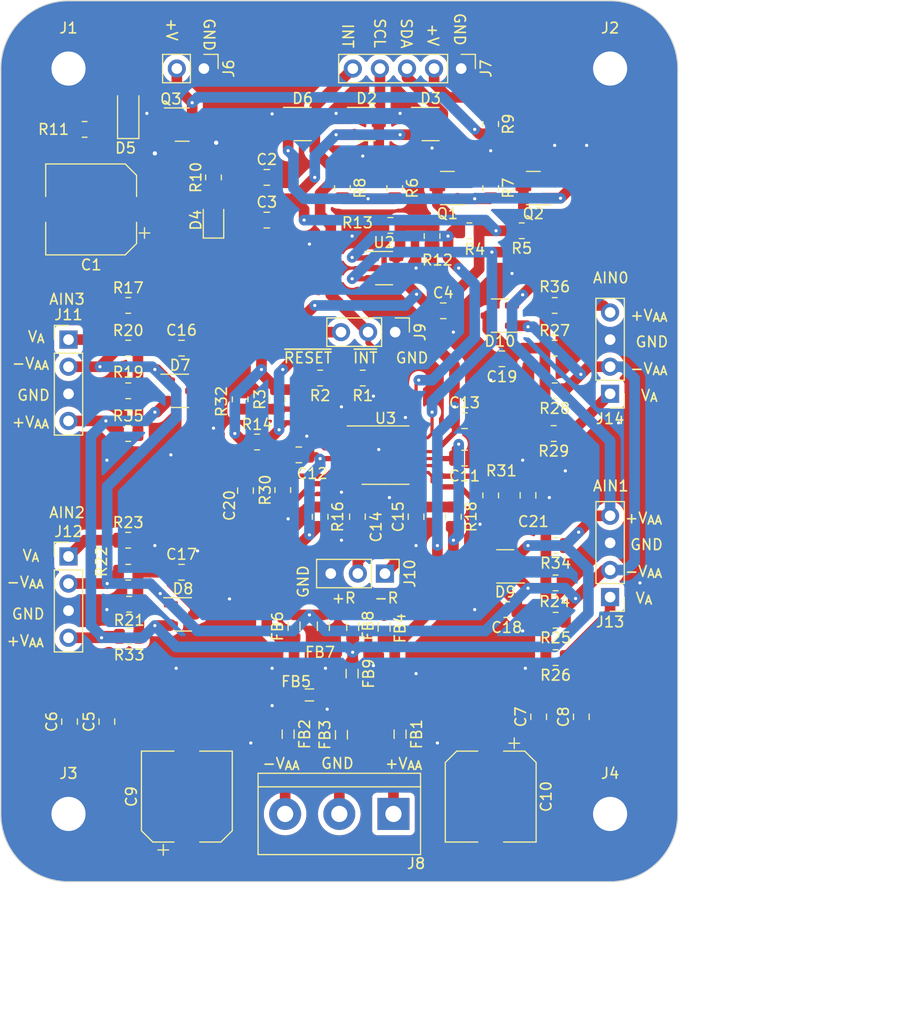
<source format=kicad_pcb>
(kicad_pcb (version 20221018) (generator pcbnew)
  (layers (0 "F.Cu" signal) (31 "B.Cu" signal) (34 "B.Paste" user) (35 "F.Paste" user) (36 "B.SilkS" user "B.Silkscreen") (37 "F.SilkS" user "F.Silkscreen") (38 "B.Mask" user) (39 "F.Mask" user) (44 "Edge.Cuts" user))
  (net 0 "")
  (net 1 "/I2CConnector/VI2C")
  (net 2 "GND")
  (net 3 "+5V")
  (net 4 "VSS")
  (net 5 "Net-(D2-A)")
  (net 6 "Net-(D3-A)")
  (net 7 "VAA")
  (net 8 "/ADS1219/REFN")
  (net 9 "/ADS1219/REFP")
  (net 10 "/ADS1219/AIN3")
  (net 11 "/ADS1219/AIN2")
  (net 12 "/ADS1219/AIN1")
  (net 13 "/ADS1219/AIN0")
  (net 14 "Net-(D4-A)")
  (net 15 "Net-(D5-A)")
  (net 16 "/ADS1219/~{INT}")
  (net 17 "/ADS1219/AnalogueConnection/V_{SS}")
  (net 18 "/ADS1219/AnalogueConnection/V_{DD}")
  (net 19 "Net-(J8-Pin_1)")
  (net 20 "Net-(J8-Pin_3)")
  (net 21 "Net-(J8-Pin_2)")
  (net 22 "Net-(J6-Pin_2)")
  (net 23 "Net-(J9-Pin_3)")
  (net 24 "Net-(J11-Pin_1)")
  (net 25 "Net-(J12-Pin_1)")
  (net 26 "Net-(J13-Pin_1)")
  (net 27 "Net-(J14-Pin_1)")
  (net 28 "/ADS1219/SCL")
  (net 29 "/ADS1219/SDA")
  (net 30 "/ADS1219/A0")
  (net 31 "/ADS1219/A1")
  (net 32 "Net-(U2-WP)")
  (footprint "Resistor_SMD:R_0805_2012Metric" (layer "F.Cu") (at 198 77)
    (fp_text reference "R27")
    (fp_text value "NSΩ")
  )
  (footprint "Capacitor_SMD:C_0805_2012Metric" (layer "F.Cu") (at 193.05 78 180)
    (fp_text reference "C19")
    (fp_text value "1uF")
  )
  (footprint "Inductor_SMD:L_0805_2012Metric" (layer "F.Cu") (at 179 107.5 -90)
    (fp_text reference "FB9")
    (fp_text value "NS_Ferrite")
  )
  (footprint "Capacitor_SMD:C_0805_2012Metric" (layer "F.Cu") (at 185 92.8 90)
    (fp_text reference "C15")
    (fp_text value "1uF")
  )
  (footprint "Connector_PinHeader_2.54mm:PinHeader_1x04_P2.54mm_Vertical" (layer "F.Cu") (at 152.4 76.2)
    (fp_text reference "J11")
    (fp_text value "Input")
  )
  (footprint "Package_TO_SOT_SMD:SOT-23-3" (layer "F.Cu") (at 174.3625 56)
    (fp_text reference "D6")
    (fp_text value "100V")
  )
  (footprint "MountingHole:MountingHole_3.2mm_M3_DIN965_Pad" (layer "F.Cu") (at 152.4 120.65)
    (fp_text reference "J3")
    (fp_text value "M3")
  )
  (footprint "MountingHole:MountingHole_3.2mm_M3_DIN965_Pad" (layer "F.Cu") (at 152.4 50.8)
    (fp_text reference "J1")
    (fp_text value "M3")
  )
  (footprint "Resistor_SMD:R_0805_2012Metric" (layer "F.Cu") (at 178.0875 62 -90)
    (fp_text reference "R8")
    (fp_text value "10kΩ")
  )
  (footprint "Resistor_SMD:R_0805_2012Metric" (layer "F.Cu") (at 192 62 -90)
    (fp_text reference "R7")
    (fp_text value "10kΩ")
  )
  (footprint "Resistor_SMD:R_0805_2012Metric" (layer "F.Cu") (at 183 62 -90)
    (fp_text reference "R6")
    (fp_text value "10kΩ")
  )
  (footprint "Package_TO_SOT_SMD:SOT-23-3" (layer "F.Cu") (at 186.3625 56)
    (fp_text reference "D3")
    (fp_text value "100V")
  )
  (footprint "Diode_SMD:D_SOD-123" (layer "F.Cu") (at 158 55 90)
    (fp_text reference "D5")
    (fp_text value "10V")
  )
  (footprint "Package_TO_SOT_SMD:SOT-23-5" (layer "F.Cu") (at 182 69.5)
    (fp_text reference "U2")
    (fp_text value "24FC01T-I/OT")
  )
  (footprint "Package_TO_SOT_SMD:SOT-23-3" (layer "F.Cu") (at 192.8625 73.95 180)
    (fp_text reference "D10")
    (fp_text value "100V")
  )
  (footprint "Capacitor_SMD:C_0805_2012Metric" (layer "F.Cu") (at 163 98)
    (fp_text reference "C17")
    (fp_text value "1uF")
  )
  (footprint "Inductor_SMD:L_0805_2012Metric" (layer "F.Cu") (at 179.055 103.0625 90)
    (fp_text reference "FB8")
    (fp_text value "NS_Ferrite")
  )
  (footprint "Resistor_SMD:R_0805_2012Metric" (layer "F.Cu") (at 158 98)
    (fp_text reference "R22")
    (fp_text value "NSΩ")
  )
  (footprint "Capacitor_SMD:C_0805_2012Metric" (layer "F.Cu") (at 156 112 90)
    (fp_text reference "C5")
    (fp_text value "1uF")
  )
  (footprint "Inductor_SMD:L_0805_2012Metric" (layer "F.Cu") (at 176.305 103.0625 90)
    (fp_text reference "FB7")
    (fp_text value "NS_Ferrite")
  )
  (footprint "Connector_PinHeader_2.54mm:PinHeader_1x04_P2.54mm_Vertical" (layer "F.Cu") (at 203.2 81.28 180)
    (fp_text reference "J14")
    (fp_text value "Input")
  )
  (footprint "Capacitor_SMD:CP_Elec_8x11.9" (layer "F.Cu") (at 163.5 119.025 90)
    (fp_text reference "C9")
    (fp_text value "100uF")
  )
  (footprint "Capacitor_SMD:C_0805_2012Metric" (layer "F.Cu") (at 189.55 83.8)
    (fp_text reference "C13")
    (fp_text value "1uF")
  )
  (footprint "Package_TO_SOT_SMD:SOT-23-3" (layer "F.Cu") (at 193.3625 97.45 180)
    (fp_text reference "D9")
    (fp_text value "100V")
  )
  (footprint "Connector_PinHeader_2.54mm:PinHeader_1x03_P2.54mm_Vertical" (layer "F.Cu") (at 183.04 75.5 -90)
    (fp_text reference "J9")
    (fp_text value "DCON")
  )
  (footprint "Resistor_SMD:R_0805_2012Metric" (layer "F.Cu") (at 182.5875 65.5)
    (fp_text reference "R13")
    (fp_text value "10kΩ")
  )
  (footprint "Connector_PinHeader_2.54mm:PinHeader_1x05_P2.54mm_Vertical" (layer "F.Cu") (at 189.23 50.8 -90)
    (fp_text reference "J7")
    (fp_text value "I2C")
  )
  (footprint "Capacitor_SMD:C_0805_2012Metric" (layer "F.Cu") (at 171 65)
    (fp_text reference "C3")
    (fp_text value "1uF")
  )
  (footprint "Resistor_SMD:R_0805_2012Metric" (layer "F.Cu") (at 176 79.8 180)
    (fp_text reference "R2")
    (fp_text value "NSΩ")
  )
  (footprint "Inductor_SMD:L_0805_2012Metric" (layer "F.Cu") (at 183.5 113.175 -90)
    (fp_text reference "FB1")
    (fp_text value "FerriteBead")
  )
  (footprint "Inductor_SMD:L_0805_2012Metric" (layer "F.Cu") (at 173 113.175 -90)
    (fp_text reference "FB2")
    (fp_text value "FerriteBead")
  )
  (footprint "Resistor_SMD:R_0805_2012Metric" (layer "F.Cu") (at 198 73 180)
    (fp_text reference "R36")
    (fp_text value "NSΩ")
  )
  (footprint "Inductor_SMD:L_0805_2012Metric" (layer "F.Cu") (at 182 103.125 90)
    (fp_text reference "FB4")
    (fp_text value "NS_Ferrite")
  )
  (footprint "TerminalBlock:TerminalBlock_bornier-3_P5.08mm" (layer "F.Cu") (at 182.88 120.65 180)
    (fp_text reference "J8")
    (fp_text value "VIn")
  )
  (footprint "Resistor_SMD:R_0805_2012Metric" (layer "F.Cu") (at 170.0875 85.8)
    (fp_text reference "R14")
    (fp_text value "10kΩ")
  )
  (footprint "Connector_PinHeader_2.54mm:PinHeader_1x03_P2.54mm_Vertical" (layer "F.Cu") (at 182.08 98.125 -90)
    (fp_text reference "J10")
    (fp_text value "REF")
  )
  (footprint "Resistor_SMD:R_0805_2012Metric" (layer "F.Cu") (at 198.0875 102.5 180)
    (fp_text reference "R25")
    (fp_text value "NSΩ")
  )
  (footprint "Resistor_SMD:R_0805_2012Metric" (layer "F.Cu") (at 198.0875 106 180)
    (fp_text reference "R26")
    (fp_text value "10kΩ")
  )
  (footprint "Capacitor_SMD:C_0805_2012Metric" (layer "F.Cu") (at 152.5 112 90)
    (fp_text reference "C6")
    (fp_text value "10uF")
  )
  (footprint "Capacitor_SMD:C_0805_2012Metric" (layer "F.Cu") (at 169 90.35 -90)
    (fp_text reference "C20")
    (fp_text value "NSF")
  )
  (footprint "Capacitor_SMD:C_0805_2012Metric" (layer "F.Cu") (at 189.55 87.3 180)
    (fp_text reference "C11")
    (fp_text value "1uF")
  )
  (footprint "Resistor_SMD:R_0805_2012Metric" (layer "F.Cu") (at 197.9125 85 180)
    (fp_text reference "R29")
    (fp_text value "10kΩ")
  )
  (footprint "Resistor_SMD:R_0805_2012Metric" (layer "F.Cu") (at 180 79.8 180)
    (fp_text reference "R1")
    (fp_text value "0Ω")
  )
  (footprint "Resistor_SMD:R_0805_2012Metric" (layer "F.Cu") (at 166 61 90)
    (fp_text reference "R10")
    (fp_text value "500Ω")
  )
  (footprint "Resistor_SMD:R_0805_2012Metric" (layer "F.Cu") (at 186.5 66.5 -90)
    (fp_text reference "R12")
    (fp_text value "10kΩ")
  )
  (footprint "Package_TO_SOT_SMD:SOT-23-3" (layer "F.Cu") (at 180.3625 56)
    (fp_text reference "D2")
    (fp_text value "100V")
  )
  (footprint "Resistor_SMD:R_0805_2012Metric" (layer "F.Cu") (at 158.0875 101 180)
    (fp_text reference "R21")
    (fp_text value "NSΩ")
  )
  (footprint "Package_TO_SOT_SMD:SOT-23" (layer "F.Cu") (at 163.0625 56.05)
    (fp_text reference "Q3")
    (fp_text value "Q_PMOS_GSD")
  )
  (footprint "Package_SO:TSSOP-16_4.4x5mm_P0.65mm" (layer "F.Cu") (at 182.1375 87.025)
    (fp_text reference "U3")
    (fp_text value "ADS1219")
  )
  (footprint "Package_TO_SOT_SMD:SOT-23" (layer "F.Cu") (at 196 62 180)
    (fp_text reference "Q2")
    (fp_text value "Q_NMOS_GSD")
  )
  (footprint "Resistor_SMD:R_0805_2012Metric" (layer "F.Cu") (at 158 77)
    (fp_text reference "R20")
    (fp_text value "NSΩ")
  )
  (footprint "Inductor_SMD:L_0805_2012Metric" (layer "F.Cu") (at 178 113.2375 90)
    (fp_text reference "FB3")
    (fp_text value "FerriteBead")
  )
  (footprint "Capacitor_SMD:C_0805_2012Metric" (layer "F.Cu") (at 171 61)
    (fp_text reference "C2")
    (fp_text value "10uF")
  )
  (footprint "Resistor_SMD:R_0805_2012Metric" (layer "F.Cu") (at 168.5 81.8 -90)
    (fp_text reference "R32")
    (fp_text value "0Ω")
  )
  (footprint "Resistor_SMD:R_0805_2012Metric" (layer "F.Cu") (at 190 66)
    (fp_text reference "R4")
    (fp_text value "10kΩ")
  )
  (footprint "Resistor_SMD:R_0805_2012Metric" (layer "F.Cu") (at 192 90.8 -90)
    (fp_text reference "R31")
    (fp_text value "NSΩ")
  )
  (footprint "Capacitor_SMD:C_0805_2012Metric" (layer "F.Cu") (at 200.5 111.55 90)
    (fp_text reference "C8")
    (fp_text value "10uF")
  )
  (footprint "Resistor_SMD:R_0805_2012Metric" (layer "F.Cu") (at 192 56 -90)
    (fp_text reference "R9")
    (fp_text value "NS")
  )
  (footprint "Resistor_SMD:R_0805_2012Metric" (layer "F.Cu") (at 158.0875 104)
    (fp_text reference "R33")
    (fp_text value "NSΩ")
  )
  (footprint "Package_TO_SOT_SMD:SOT-23" (layer "F.Cu") (at 187.9375 62 180)
    (fp_text reference "Q1")
    (fp_text value "Q_NMOS_GSD")
  )
  (footprint "Capacitor_SMD:C_0805_2012Metric" (layer "F.Cu") (at 174 87 180)
    (fp_text reference "C12")
    (fp_text value "1uF")
  )
  (footprint "Resistor_SMD:R_0805_2012Metric" (layer "F.Cu") (at 158 95)
    (fp_text reference "R23")
    (fp_text value "10kΩ")
  )
  (footprint "Package_TO_SOT_SMD:SOT-23-3" (layer "F.Cu") (at 162.8625 81)
    (fp_text reference "D7")
    (fp_text value "100V")
  )
  (footprint "Resistor_SMD:R_0805_2012Metric" (layer "F.Cu") (at 158 85)
    (fp_text reference "R35")
    (fp_text value "NSΩ")
  )
  (footprint "Resistor_SMD:R_0805_2012Metric" (layer "F.Cu") (at 158 81 180)
    (fp_text reference "R19")
    (fp_text value "NSΩ")
  )
  (footprint "Resistor_SMD:R_0805_2012Metric" (layer "F.Cu") (at 198 81 180)
    (fp_text reference "R28")
    (fp_text value "NSΩ")
  )
  (footprint "Capacitor_SMD:CP_Elec_8x11.9" (layer "F.Cu") (at 192 119.025 -90)
    (fp_text reference "C10")
    (fp_text value "100uF")
  )
  (footprint "Capacitor_SMD:C_0805_2012Metric" (layer "F.Cu") (at 196.5 111.55 90)
    (fp_text reference "C7")
    (fp_text value "1uF")
  )
  (footprint "Resistor_SMD:R_0805_2012Metric" (layer "F.Cu") (at 176 92.8 -90)
    (fp_text reference "R16")
    (fp_text value "0Ω")
  )
  (footprint "Connector_PinHeader_2.54mm:PinHeader_1x04_P2.54mm_Vertical" (layer "F.Cu") (at 152.4 96.52)
    (fp_text reference "J12")
    (fp_text value "Input")
  )
  (footprint "Resistor_SMD:R_0805_2012Metric" (layer "F.Cu") (at 172 81.8 90)
    (fp_text reference "R3")
    (fp_text value "NSΩ")
  )
  (footprint "Resistor_SMD:R_0805_2012Metric" (layer "F.Cu") (at 153.9125 56.5)
    (fp_text reference "R11")
    (fp_text value "100kΩ")
  )
  (footprint "Inductor_SMD:L_0805_2012Metric" (layer "F.Cu") (at 175 109.5 180)
    (fp_text reference "FB5")
    (fp_text value "NS_Ferrite")
  )
  (footprint "Capacitor_SMD:C_0805_2012Metric" (layer "F.Cu") (at 187.55 73.5)
    (fp_text reference "C4")
    (fp_text value "1uF")
  )
  (footprint "Inductor_SMD:L_0805_2012Metric" (layer "F.Cu") (at 173.555 103.0625 90)
    (fp_text reference "FB6")
    (fp_text value "NS_Ferrite")
  )
  (footprint "Resistor_SMD:R_0805_2012Metric" (layer "F.Cu") (at 198.0875 99)
    (fp_text reference "R24")
    (fp_text value "NSΩ")
  )
  (footprint "Connector_PinHeader_2.54mm:PinHeader_1x02_P2.54mm_Vertical" (layer "F.Cu") (at 165.1 50.8 -90)
    (fp_text reference "J6")
    (fp_text value "5Vin")
  )
  (footprint "Connector_PinHeader_2.54mm:PinHeader_1x04_P2.54mm_Vertical" (layer "F.Cu") (at 203.2 100.33 180)
    (fp_text reference "J13")
    (fp_text value "Input")
  )
  (footprint "Resistor_SMD:R_0805_2012Metric" (layer "F.Cu") (at 172.5 90.3 90)
    (fp_text reference "R30")
    (fp_text value "NSΩ")
  )
  (footprint "LED_SMD:LED_0805_2012Metric" (layer "F.Cu") (at 166 65 90)
    (fp_text reference "D4")
    (fp_text value "LED")
  )
  (footprint "Resistor_SMD:R_0805_2012Metric" (layer "F.Cu") (at 194.9125 66 180)
    (fp_text reference "R5")
    (fp_text value "10kΩ")
  )
  (footprint "Package_TO_SOT_SMD:SOT-23-3" (layer "F.Cu") (at 163.1375 101.95)
    (fp_text reference "D8")
    (fp_text value "100V")
  )
  (footprint "Capacitor_SMD:C_0805_2012Metric" (layer "F.Cu") (at 179.5 92.8 90)
    (fp_text reference "C14")
    (fp_text value "1uF")
  )
  (footprint "Capacitor_SMD:C_0805_2012Metric" (layer "F.Cu") (at 163 77)
    (fp_text reference "C16")
    (fp_text value "1uF")
  )
  (footprint "MountingHole:MountingHole_3.2mm_M3_DIN965_Pad" (layer "F.Cu") (at 203.2 120.65)
    (fp_text reference "J4")
    (fp_text value "M3")
  )
  (footprint "Capacitor_SMD:C_0805_2012Metric" (layer "F.Cu") (at 195.5 90.8 90)
    (fp_text reference "C21")
    (fp_text value "NSF")
  )
  (footprint "Resistor_SMD:R_0805_2012Metric" (layer "F.Cu") (at 158 73)
    (fp_text reference "R17")
    (fp_text value "10kΩ")
  )
  (footprint "Resistor_SMD:R_0805_2012Metric" (layer "F.Cu") (at 188.5 92.8 -90)
    (fp_text reference "R18")
    (fp_text value "0Ω")
  )
  (footprint "Capacitor_SMD:C_0805_2012Metric" (layer "F.Cu") (at 193.5 101.5 180)
    (fp_text reference "C18")
    (fp_text value "1uF")
  )
  (footprint "MountingHole:MountingHole_3.2mm_M3_DIN965_Pad" (layer "F.Cu") (at 203.2 50.8)
    (fp_text reference "J2")
    (fp_text value "M3")
  )
  (footprint "Capacitor_SMD:CP_Elec_8x11.9" (layer "F.Cu") (at 154.525 64 180)
    (fp_text reference "C1")
    (fp_text value "100uF")
  )
  (footprint "Resistor_SMD:R_0805_2012Metric" (layer "F.Cu") (at 198.0875 95.5 180)
    (fp_text reference "R34")
    (fp_text value "NSΩ")
  )
  (gr_arc (start 203.2 44.45) (mid 207.690128 46.309872) (end 209.55 50.8) (stroke (width 0.1)) (layer "Edge.Cuts"))
  (gr_arc (start 152.4 127) (mid 147.909872 125.140128) (end 146.05 120.65) (stroke (width 0.1)) (layer "Edge.Cuts"))
  (gr_arc (start 146.05 50.8) (mid 147.909872 46.309872) (end 152.4 44.45) (stroke (width 0.1)) (layer "Edge.Cuts"))
  (gr_line (start 203.2 127) (end 152.4 127) (stroke (width 0.1)) (layer "Edge.Cuts"))
  (gr_line (start 209.55 50.8) (end 209.55 120.65) (stroke (width 0.1)) (layer "Edge.Cuts"))
  (gr_line (start 146.05 120.65) (end 146.05 50.8) (stroke (width 0.1)) (layer "Edge.Cuts"))
  (gr_line (start 152.4 44.45) (end 203.2 44.45) (stroke (width 0.1)) (layer "Edge.Cuts"))
  (gr_arc (start 209.55 120.65) (mid 207.690128 125.140128) (end 203.2 127) (stroke (width 0.1)) (layer "Edge.Cuts"))
  (gr_text "+V_{AA}" (at 205 74.5) (layer "F.SilkS") (effects (font (size 1 1)) (justify left bottom)))
  (gr_text "AIN1" (at 201.5 90.5) (layer "F.SilkS") (effects (font (size 1 1)) (justify left bottom)))
  (gr_text "GND" (at 175 100.5 90) (layer "F.SilkS") (effects (font (size 1 1)) (justify left bottom)))
  (gr_text "AIN0" (at 201.5 71) (layer "F.SilkS") (effects (font (size 1 1)) (justify left bottom)))
  (gr_text "GND" (at 205.5 77) (layer "F.SilkS") (effects (font (size 1 1)) (justify left bottom)))
  (gr_text "+V_{AA}" (at 204.5 93.5) (layer "F.SilkS") (effects (font (size 1 1)) (justify left bottom)))
  (gr_text "GND" (at 183 78.5) (layer "F.SilkS") (effects (font (size 1 1)) (justify left bottom)))
  (gr_text "GND" (at 188.5 45.5 -90) (layer "F.SilkS") (effects (font (size 1 1)) (justify left bottom)))
  (gr_text "-V_{AA}" (at 146.5 99.5) (layer "F.SilkS") (effects (font (size 1 1)) (justify left bottom)))
  (gr_text "GND" (at 147.5 82) (layer "F.SilkS") (effects (font (size 1 1)) (justify left bottom)))
  (gr_text "AIN2" (at 150.5 93) (layer "F.SilkS") (effects (font (size 1 1)) (justify left bottom)))
  (gr_text "~{INT}" (at 179 78.5) (layer "F.SilkS") (effects (font (size 1 1)) (justify left bottom)))
  (gr_text "-V_{AA}" (at 204.5 98.5) (layer "F.SilkS") (effects (font (size 1 1)) (justify left bottom)))
  (gr_text "-R" (at 181 101) (layer "F.SilkS") (effects (font (size 1 1)) (justify left bottom)))
  (gr_text "AIN3" (at 150.5 73) (layer "F.SilkS") (effects (font (size 1 1)) (justify left bottom)))
  (gr_text "INT" (at 178 46.5 -90) (layer "F.SilkS") (effects (font (size 1 1)) (justify left bottom)))
  (gr_text "-V_{AA}" (at 170.5 116.5) (layer "F.SilkS") (effects (font (size 1 1)) (justify left bottom)))
  (gr_text "SDA" (at 183.5 46 -90) (layer "F.SilkS") (effects (font (size 1 1)) (justify left bottom)))
  (gr_text "SCL" (at 181 46 -90) (layer "F.SilkS") (effects (font (size 1 1)) (justify left bottom)))
  (gr_text "+R" (at 177 101) (layer "F.SilkS") (effects (font (size 1 1)) (justify left bottom)))
  (gr_text "GND" (at 176 116.5) (layer "F.SilkS") (effects (font (size 1 1)) (justify left bottom)))
  (gr_text "-V_{AA}" (at 205 79.5) (layer "F.SilkS") (effects (font (size 1 1)) (justify left bottom)))
  (gr_text "GND" (at 205 96) (layer "F.SilkS") (effects (font (size 1 1)) (justify left bottom)))
  (gr_text "-V_{AA}" (at 147 79) (layer "F.SilkS") (effects (font (size 1 1)) (justify left bottom)))
  (gr_text "+V_{AA}" (at 147 84.5) (layer "F.SilkS") (effects (font (size 1 1)) (justify left bottom)))
  (gr_text "GND" (at 165 46 -90) (layer "F.SilkS") (effects (font (size 1 1)) (justify left bottom)))
  (gr_text "+V" (at 186 46.5 -90) (layer "F.SilkS") (effects (font (size 1 1)) (justify left bottom)))
  (gr_text "V_{A}" (at 148 97) (layer "F.SilkS") (effects (font (size 1 1)) (justify left bottom)))
  (gr_text "~{RESET}" (at 172.5 78.5) (layer "F.SilkS") (effects (font (size 1 1)) (justify left bottom)))
  (gr_text "V_{A}" (at 148.5 76.5) (layer "F.SilkS") (effects (font (size 1 1)) (justify left bottom)))
  (gr_text "V_{A}" (at 205.5 101) (layer "F.SilkS") (effects (font (size 1 1)) (justify left bottom)))
  (gr_text "+V_{AA}" (at 146.5 105) (layer "F.SilkS") (effects (font (size 1 1)) (justify left bottom)))
  (gr_text "+V_{AA}" (at 182 116.5) (layer "F.SilkS") (effects (font (size 1 1)) (justify left bottom)))
  (gr_text "+V" (at 161.5 46 270) (layer "F.SilkS") (effects (font (size 1 1)) (justify left bottom)))
  (gr_text "GND" (at 147 102.5) (layer "F.SilkS") (effects (font (size 1 1)) (justify left bottom)))
  (gr_text "V_{A}" (at 206 82) (layer "F.SilkS") (effects (font (size 1 1)) (justify left bottom)))
  (segment (start 182.9125 63) (end 183 62.9125) (width 1) (layer "F.Cu") (net 1))
  (segment (start 196.9375 62.95) (end 198.55 62.95) (width 1) (layer "F.Cu") (net 1))
  (segment (start 191.9125 63) (end 192 62.9125) (width 1) (layer "F.Cu") (net 1))
  (segment (start 199.5 56.5) (end 199.5 62) (width 1) (layer "F.Cu") (net 1))
  (segment (start 180.5 63) (end 182.9125 63) (width 1) (layer "F.Cu") (net 1))
  (segment (start 188.925 63) (end 188.875 62.95) (width 1) (layer "F.Cu") (net 1))
  (segment (start 178.175 63) (end 178.0875 62.9125) (width 1) (layer "F.Cu") (net 1))
  (segment (start 186.69 52.19) (end 188 53.5) (width 1) (layer "F.Cu") (net 1))
  (segment (start 180.5 63) (end 178.175 63) (width 1) (layer "F.Cu") (net 1))
  (segment (start 173 57.175) (end 173.225 56.95) (width 1) (layer "F.Cu") (net 1))
  (segment (start 198.0875 55.0875) (end 199.5 56.5) (width 1) (layer "F.Cu") (net 1))
  (segment (start 173 58.5) (end 173 57.175) (width 1) (layer "F.Cu") (net 1))
  (segment (start 199.5 62) (end 198.55 62.95) (width 1) (layer "F.Cu") (net 1))
  (segment (start 190.5 63) (end 191.9125 63) (width 1) (layer "F.Cu") (net 1))
  (segment (start 192 55.0875) (end 198.0875 55.0875) (width 1) (layer "F.Cu") (net 1))
  (segment (start 186.69 50.8) (end 186.69 52.19) (width 1) (layer "F.Cu") (net 1))
  (segment (start 188 53.5) (end 191.4125 53.5) (width 1) (layer "F.Cu") (net 1))
  (segment (start 190.5 63) (end 188.925 63) (width 1) (layer "F.Cu") (net 1))
  (segment (start 191.4125 53.5) (end 192 54.0875) (width 1) (layer "F.Cu") (net 1))
  (segment (start 192 54.0875) (end 192 55.0875) (width 1) (layer "F.Cu") (net 1))
  (via (at 180.5 63) (size 0.7) (drill 0.3) (layers "F.Cu" "B.Cu") (net 1))
  (via (at 173 58.5) (size 0.7) (drill 0.3) (layers "F.Cu" "B.Cu") (net 1))
  (via (at 190.5 63) (size 0.7) (drill 0.3) (layers "F.Cu" "B.Cu") (net 1))
  (via (at 198.55 62.95) (size 0.7) (drill 0.3) (layers "F.Cu" "B.Cu") (net 1))
  (segment (start 174.5 63) (end 173.5 62) (width 1) (layer "B.Cu") (net 1))
  (segment (start 190.5 63) (end 180.5 63) (width 1) (layer "B.Cu") (net 1))
  (segment (start 190.55 62.95) (end 190.5 63) (width 1) (layer "B.Cu") (net 1))
  (segment (start 173.5 62) (end 173.5 59) (width 1) (layer "B.Cu") (net 1))
  (segment (start 198.55 62.95) (end 190.55 62.95) (width 1) (layer "B.Cu") (net 1))
  (segment (start 180.5 63) (end 174.5 63) (width 1) (layer "B.Cu") (net 1))
  (segment (start 173.5 59) (end 173 58.5) (width 1) (layer "B.Cu") (net 1))
  (segment (start 172.45 67.5) (end 173.45 66.5) (width 1) (layer "F.Cu") (net 2))
  (segment (start 163.95 98) (end 165 98) (width 1) (layer "F.Cu") (net 2))
  (segment (start 181 81.5) (end 181 79.8875) (width 1) (layer "F.Cu") (net 2))
  (segment (start 151.05 64) (end 151.05 58.45) (width 1) (layer "F.Cu") (net 2))
  (segment (start 207 70.5) (end 207 75) (width 1) (layer "F.Cu") (net 2))
  (segment (start 207 75) (end 205.8 76.2) (width 1) (layer "F.Cu") (net 2))
  (segment (start 192 80) (end 192 80.5) (width 1) (layer "F.Cu") (net 2))
  (segment (start 171.95 59.95) (end 171 59) (width 1) (layer "F.Cu") (net 2))
  (segment (start 200.400001 48.000001) (end 203.2 50.8) (width 1) (layer "F.Cu") (net 2))
  (segment (start 185.175 55) (end 185.225 55.05) (width 1) (layer "F.Cu") (net 2))
  (segment (start 155.9 101.6) (end 156 101.5) (width 1) (layer "F.Cu") (net 2))
  (segment (start 206.5 117.35) (end 203.2 120.65) (width 1) (layer "F.Cu") (net 2))
  (segment (start 164 48) (end 200.400001 48.000001) (width 1) (layer "F.Cu") (net 2))
  (segment (start 171.5 110.5) (end 169 110.5) (width 1) (layer "F.Cu") (net 2))
  (segment (start 167.5 100.5) (end 167.5 106) (width 1) (layer "F.Cu") (net 2))
  (segment (start 166.4375 65.9375) (end 168 67.5) (width 1) (layer "F.Cu") (net 2))
  (segment (start 203.2 50.8) (end 203.2 66.7) (width 1) (layer "F.Cu") (net 2))
  (segment (start 163.95 77) (end 164.6125 77) (width 1) (layer "F.Cu") (net 2))
  (segment (start 172.5 87) (end 172 87.5) (width 1) (layer "F.Cu") (net 2))
  (segment (start 164.4375 67.5) (end 166 65.9375) (width 1) (layer "F.Cu") (net 2))
  (segment (start 207 86.5) (end 207 94.5) (width 1) (layer "F.Cu") (net 2))
  (segment (start 192.55 101.5) (end 192.55 106.65) (width 1) (layer "F.Cu") (net 2))
  (segment (start 176.0625 109.5) (end 176.0625 110.2375) (width 1) (layer "F.Cu") (net 2))
  (segment (start 150.28 81.28) (end 152.4 81.28) (width 1) (layer "F.Cu") (net 2))
  (segment (start 206 98.05) (end 203.2 95.25) (width 1) (layer "F.Cu") (net 2))
  (segment (start 178 95) (end 178.25 95) (width 1) (layer "F.Cu") (net 2))
  (segment (start 165 98) (end 167.5 100.5) (width 1) (layer "F.Cu") (net 2))
  (segment (start 153 51.4) (end 152.4 50.8) (width 1) (layer "F.Cu") (net 2))
  (segment (start 206.5 99.5) (end 206.5 110.5) (width 1) (layer "F.Cu") (net 2))
  (segment (start 152.4 81.28) (end 156.8075 81.28) (width 1) (layer "F.Cu") (net 2))
  (segment (start 167.5 87.5) (end 166.55625 86.55625) (width 1) (layer "F.Cu") (net 2))
  (segment (start 153 56.5) (end 153 51.4) (width 1) (layer "F.Cu") (net 2))
  (segment (start 150.22 81.28) (end 149 82.5) (width 1) (layer "F.Cu") (net 2))
  (segment (start 207 86.5) (end 201 86.5) (width 1) (layer "F.Cu") (net 2))
  (segment (start 203.2 76.2) (end 205.2 76.2) (width 1) (layer "F.Cu") (net 2))
  (segment (start 152.4 101.6) (end 155.9 101.6) (width 1) (layer "F.Cu") (net 2))
  (segment (start 190.5 83.8) (end 190.5 87.3) (width 1) (layer "F.Cu") (net 2))
  (segment (start 164 48) (end 155.199999 48.000001) (width 1) (layer "F.Cu") (net 2))
  (segment (start 173.05 87) (end 172.5 87) (width 1) (layer "F.Cu") (net 2))
  (segment (start 175 67.25) (end 174.25 66.5) (width 1) (layer "F.Cu") (net 2))
  (segment (start 200.5 110.6) (end 206.4 110.6) (width 1) (layer "F.Cu") (net 2))
  (segment (start 205.8 76.2) (end 203.2 76.2) (width 1) (layer "F.Cu") (net 2))
  (segment (start 192 122.5) (end 193.85 120.65) (width 1) (layer "F.Cu") (net 2))
  (segment (start 149 107.5) (end 149 107) (width 1) (layer "F.Cu") (net 2))
  (segment (start 181.5 86.5) (end 181.3 86.7) (width 0.3) (layer "F.Cu") (net 2))
  (segment (start 177.5 55) (end 179.175 55) (width 1) (layer "F.Cu") (net 2))
  (segment (start 188.5 75.5) (end 188.5 73.5) (width 1) (layer "F.Cu") (net 2))
  (segment (start 181.5 86.5) (end 181 86) (width 0.5) (layer "F.Cu") (net 2))
  (segment (start 200.5 110.6) (end 196.5 110.6) (width 1) (layer "F.Cu") (net 2))
  (segment (start 166 84.5) (end 166.55625 83.94375) (width 1) (layer "F.Cu") (net 2))
  (segment (start 166 65.9375) (end 166.4375 65.9375) (width 1) (layer "F.Cu") (net 2))
  (segment (start 173.75 85.25) (end 173.05 85.95) (width 0.5) (layer "F.Cu") (net 2))
  (segment (start 177 98.125) (end 177 96.25) (width 1) (layer "F.Cu") (net 2))
  (segment (start 149 80) (end 150.28 81.28) (width 1) (layer "F.Cu") (net 2))
  (segment (start 151.05 64) (end 151.05 65.05) (width 1) (layer "F.Cu") (net 2))
  (segment (start 176.5 107) (end 176.0625 106.5625) (width 1) (layer "F.Cu") (net 2))
  (segment (start 155 111.05) (end 156 111.05) (width 1) (layer "F.Cu") (net 2))
  (segment (start 171 55.55) (end 170.5 55.05) (width 1) (layer "F.Cu") (net 2))
  (segment (start 182 69.5) (end 182 72) (width 0.5) (layer "F.Cu") (net 2))
  (segment (start 207 94.5) (end 206.25 95.25) (width 1) (layer "F.Cu") (net 2))
  (segment (start 150.6 101.6) (end 152.4 101.6) (width 1) (layer "F.Cu") (net 2))
  (segment (start 169 124.5) (end 175 124.5) (width 1) (layer "F.Cu") (net 2))
  (segment (start 192 79.5) (end 192 80) (width 1) (layer "F.Cu") (net 2))
  (segment (start 165.1 49.1) (end 164 48) (width 1) (layer "F.Cu") (net 2))
  (segment (start 174.25 66.5) (end 173.45 66.5) (width 1) (layer "F.Cu") (net 2))
  (segment (start 169 110.5) (end 166 107.5) (width 1) (layer "F.Cu") (net 2))
  (segment (start 202.75 95.25) (end 199 99) (width 1) (layer "F.Cu") (net 2))
  (segment (start 171 59) (end 171 55.55) (width 1) (layer "F.Cu") (net 2))
  (segment (start 172 87.5) (end 167.5 87.5) (width 1) (layer "F.Cu") (net 2))
  (segment (start 175 124.5) (end 190 124.5) (width 1) (layer "F.Cu") (net 2))
  (segment (start 149 100) (end 149.25 100.25) (width 1) (layer "F.Cu") (net 2))
  (segment (start 181.675 65.5) (end 180 65.5) (width 1) (layer "F.Cu") (net 2))
  (segment (start 152.4 120.65) (end 149 117.25) (width 1) (layer "F.Cu") (net 2))
  (segment (start 151.05 58.45) (end 153 56.5) (width 1) (layer "F.Cu") (net 2))
  (segment (start 164.6125 77) (end 166.55625 78.94375) (width 1) (layer "F.Cu") (net 2))
  (segment (start 195 87.5) (end 190.7 87.5) (width 1) (layer "F.Cu") (net 2))
  (segment (start 149.25 100.25) (end 150.6 101.6) (width 1) (layer "F.Cu") (net 2))
  (segment (start 152.5 111.05) (end 152.5 111) (width 1) (layer "F.Cu") (net 2))
  (segment (start 174.75 85.25) (end 175.5 85.25) (width 0.3) (layer "F.Cu") (net 2))
  (segment (start 206 99) (end 206.5 99.5) (width 1) (layer "F.Cu") (net 2))
  (segment (start 173.225 55.05) (end 171.5 55.05) (width 1) (layer "F.Cu") (net 2))
  (segment (start 192.55 106.65) (end 196.5 110.6) (width 1) (layer "F.Cu") (net 2))
  (segment (start 171.5 55.05) (end 170.5 55.05) (width 1) (layer "F.Cu") (net 2))
  (segment (start 180 65.5) (end 179 66.5) (width 1) (layer "F.Cu") (net 2))
  (segment (start 185 93.75) (end 185 95.5) (width 1) (layer "F.Cu") (net 2))
  (segment (start 171.95 61) (end 171.95 59.95) (width 1) (layer "F.Cu") (net 2))
  (segment (start 190.5 82) (end 190.5 83.8) (width 1) (layer "F.Cu") (net 2))
  (segment (start 167.5 106) (end 166 107.5) (width 1) (layer "F.Cu") (net 2))
  (segment (start 183.5 55) (end 185.175 55) (width 1) (layer "F.Cu") (net 2))
  (segment (start 192.1 79.6) (end 192 79.5) (width 1) (layer "F.Cu") (net 2))
  (segment (start 206.4 110.6) (end 206.5 110.5) (width 1) (layer "F.Cu") (net 2))
  (segment (start 198.9125 77) (end 202.4 77) (width 1) (layer "F.Cu") (net 2))
  (segment (start 152.5 111.05) (end 155 111.05) (width 1) (layer "F.Cu") (net 2))
  (segment (start 149 107) (end 149 100.5) (width 1) (layer "F.Cu") (net 2))
  (segment (start 166 107.5) (end 162.45 111.05) (width 1) (layer "F.Cu") (net 2))
  (segment (start 203.2 66.7) (end 207 70.5) (width 1) (layer "F.Cu") (net 2))
  (segment (start 167 122.5) (end 169 124.5) (width 1) (layer "F.Cu") (net 2))
  (segment (start 156.8075 81.28) (end 157.0875 81) (width 1) (layer "F.Cu") (net 2))
  (segment (start 180.8625 69.5) (end 182 69.5) (width 0.5) (layer "F.Cu") (net 2))
  (segment (start 152.4 120.65) (end 161.65 120.65) (width 1) (layer "F.Cu") (net 2))
  (segment (start 156.1 101.6) (end 156.575 101.6) (width 1) (layer "F.Cu") (net 2))
  (segment (start 201 86.5) (end 199 88.5) (width 1) (layer "F.Cu") (net 2))
  (segment (start 173.45 66.5) (end 171.95 65) (width 1) (layer "F.Cu") (net 2))
  (segment (start 183.04 73.04) (end 183.04 75.5) (width 0.5) (layer "F.Cu") (net 2))
  (segment (start 182 72) (end 183.04 73.04) (width 0.5) (layer "F.Cu") (net 2))
  (segment (start 206.25 95.25) (end 203.2 95.25) (width 1) (layer "F.Cu") (net 2))
  (segment (start 175.5 85.25) (end 176.95 86.7) (width 0.3) (layer "F.Cu") (net 2))
  (segment (start 161.65 120.65) (end 163.5 122.5) (width 1) (layer "F.Cu") (net 2))
  (segment (start 174.75 85.25) (end 173.75 85.25) (width 0.5) (layer "F.Cu") (net 2))
  (segment (start 192 80.5) (end 190.5 82) (width 1) (layer "F.Cu") (net 2))
  (segment (start 156.575 101.6) (end 157.175 101) (width 1) (layer "F.Cu") (net 2))
  (segment (start 149 73) (end 149 80) (width 1) (layer "F.Cu") (net 2))
  (segment (start 189.23 50.8) (end 203.2 50.8) (width 1) (layer "F.Cu") (net 2))
  (segment (start 152.4 81.28) (end 150.22 81.28) (width 1) (layer "F.Cu") (net 2))
  (segment (start 169.35 55.05) (end 165.1 50.8) (width 1) (layer "F.Cu") (net 2))
  (segment (start 203.2 95.25) (end 202.75 95.25) (width 1) (layer "F.Cu") (net 2))
  (segment (start 176.0625 106.5625) (end 176.0625 104.3675) (width 1) (layer "F.Cu") (net 2))
  (segment (start 182 69.5) (end 182 65.825) (width 0.5) (layer "F.Cu") (net 2))
  (segment (start 162.45 111.05) (end 155 111.05) (width 1) (layer "F.Cu") (net 2))
  (segment (start 181.3 86.7) (end 179.275 86.7) (width 0.3) (layer "F.Cu") (net 2))
  (segment (start 152.5 111) (end 149 107.5) (width 1) (layer "F.Cu") (net 2))
  (segment (start 173.05 85.95) (end 173.05 87) (width 0.5) (layer "F.Cu") (net 2))
  (segment (start 190.7 87.5) (end 190.5 87.3) (width 1) (layer "F.Cu") (net 2))
  (segment (start 149 100.5) (end 149.25 100.25) (width 1) (layer "F.Cu") (net 2))
  (segment (start 181 79.8875) (end 180.9125 79.8) (width 1) (layer "F.Cu") (net 2))
  (segment (start 176.95 86.7) (end 179.275 86.7) (width 0.3) (layer "F.Cu") (net 2))
  (segment (start 153.5 67.5) (end 164.4375 67.5) (width 1) (layer "F.Cu") (net 2))
  (segment (start 177 96.25) (end 178 95.25) (width 1) (layer "F.Cu") (net 2))
  (segment (start 149 82.5) (end 149 100) (width 1) (layer "F.Cu") (net 2))
  (segment (start 179.175 55) (end 179.225 55.05) (width 1) (layer "F.Cu") (net 2))
  (segment (start 151.05 65.05) (end 153.5 67.5) (width 1) (layer "F.Cu") (net 2))
  (segment (start 176.0625 109.5) (end 176.0625 107.4375) (width 1) (layer "F.Cu") (net 2))
  (segment (start 156 101.5) (end 156.1 101.6) (width 1) (layer "F.Cu") (net 2))
  (segment (start 178.25 95) (end 179.5 93.75) (width 1) (layer "F.Cu") (net 2))
  (segment (start 170.5 55.05) (end 169.35 55.05) (width 1) (layer "F.Cu") (net 2))
  (segment (start 181 86) (end 181 81.5) (width 0.5) (layer "F.Cu") (net 2))
  (segment (start 178 95.25) (end 178 95) (width 1) (layer "F.Cu") (net 2))
  (segment (start 182 65.825) (end 181.675 65.5) (width 0.5) (layer "F.Cu") (net 2))
  (segment (start 168 67.5) (end 172.45 67.5) (width 1) (layer "F.Cu") (net 2))
  (segment (start 207 78) (end 207 86.5) (width 1) (layer "F.Cu") (net 2))
  (segment (start 176.0625 104.3675) (end 176.305 104.125) (width 1) (layer "F.Cu") (net 2))
  (segment (start 151.05 70.95) (end 149 73) (width 1) (layer "F.Cu") (net 2))
  (segment (start 163.5 122.5) (end 167 122.5) (width 1) (layer "F.Cu") (net 2))
  (segment (start 166.55625 85.05625) (end 166 84.5) (width 1) (layer "F.Cu") (net 2))
  (segment (start 192.1 78) (end 192.1 79.6) (width 1) (layer "F.Cu") (net 2))
  (segment (start 155.199999 48.000001) (end 152.4 50.8) (width 1) (layer "F.Cu") (net 2))
  (segment (start 202.4 77) (end 203.2 76.2) (width 1) (layer "F.Cu") (net 2))
  (segment (start 190 124.5) (end 192 122.5) (width 1) (layer "F.Cu") (net 2))
  (segment (start 205.2 76.2) (end 207 78) (width 1) (layer "F.Cu") (net 2))
  (segment (start 165.1 50.8) (end 165.1 49.1) (width 1) (layer "F.Cu") (net 2))
  (segment (start 149 117.25) (end 149 107) (width 1) (layer "F.Cu") (net 2))
  (segment (start 178 112.175) (end 176.6625 110.8375) (width 1) (layer "F.Cu") (net 2))
  (segment (start 193.85 120.65) (end 203.2 120.65) (width 1) (layer "F.Cu") (net 2))
  (segment (start 166.55625 86.55625) (end 166.55625 85.05625) (width 1) (layer "F.Cu") (net 2))
  (segment (start 166.55625 83.94375) (end 166.55625 78.94375) (width 1) (layer "F.Cu") (net 2))
  (segment (start 166.55625 78.94375) (end 168.5 80.8875) (width 1) (layer "F.Cu") (net 2))
  (segment (start 176.0625 110.2375) (end 176.6625 110.8375) (width 1) (layer "F.Cu") (net 2))
  (segment (start 206 99) (end 206 98.05) (width 1) (layer "F.Cu") (net 2))
  (segment (start 206.5 110.5) (end 206.5 117.35) (width 1) (layer "F.Cu") (net 2))
  (segment (start 176.0625 107.4375) (end 176.5 107) (width 1) (layer "F.Cu") (net 2))
  (segment (start 151.05 64) (end 151.05 70.95) (width 1) (layer "F.Cu") (net 2))
  (via (at 195.25 107) (size 0.7) (drill 0.3) (layers "F.Cu" "B.Cu") (net 2))
  (via (at 182.5 91) (size 0.7) (drill 0.3) (layers "F.Cu" "B.Cu") (net 2))
  (via (at 192 58.5) (size 0.7) (drill 0.3) (layers "F.Cu" "B.Cu") (net 2))
  (via (at 160.5 95.5) (size 0.7) (drill 0.3) (layers "F.Cu" "B.Cu") (net 2))
  (via (at 181 81.5) (size 0.7) (drill 0.3) (layers "F.Cu" "B.Cu") (net 2))
  (via (at 204 84) (size 0.7) (drill 0.3) (layers "F.Cu" "B.Cu") (net 2))
  (via (at 185 69.5) (size 0.7) (drill 0.3) (layers "F.Cu" "B.Cu") (net 2))
  (via (at 167.5 100.5) (size 0.7) (drill 0.3) (layers "F.Cu" "B.Cu") (net 2))
  (via (at 173 93) (size 0.7) (drill 0.3) (layers "F.Cu" "B.Cu") (net 2))
  (via (at 175 67.25) (size 0.7) (drill 0.3) (layers "F.Cu" "B.Cu") (net 2))
  (via (at 171.5 55.05) (size 0.7) (drill 0.3) (layers "F.Cu" "B.Cu") (net 2))
  (via (at 171.5 107) (size 0.7) (drill 0.3) (layers "F.Cu" "B.Cu") (net 2))
  (via (at 178 82.5) (size 0.7) (drill 0.3) (layers "F.Cu" "B.Cu") (net 2))
  (via (at 188.5 75.5) (size 0.7) (drill 0.3) (layers "F.Cu" "B.Cu") (net 2))
  (via (at 197.5 91) (size 0.7) (drill 0.3) (layers "F.Cu" "B.Cu") (net 2))
  (via (at 185 95.5) (size 0.7) (drill 0.3) (layers "F.Cu" "B.Cu") (net 2))
  (via (at 192 80) (size 0.7) (drill 0.3) (layers "F.Cu" "B.Cu") (net 2))
  (via (at 195 87.5) (size 0.7) (drill 0.3) (layers "F.Cu" "B.Cu") (net 2))
  (via (at 201 58) (size 0.7) (drill 0.3) (layers "F.Cu" "B.Cu") (net 2))
  (via (at 169.5 114) (size 0.7) (drill 0.3) (layers "F.Cu" "B.Cu") (net 2))
  (via (at 194 70) (size 0.7) (drill 0.3) (layers "F.Cu" "B.Cu") (net 2))
  (via (at 180 59) (size 0.7) (drill 0.3) (layers "F.Cu" "B.Cu") (net 2))
  (via (at 178 95) (size 0.7) (drill 0.3) (layers "F.Cu" "B.Cu") (net 2))
  (via (at 187 114) (size 0.7) (drill 0.3) (layers "F.Cu" "B.Cu") (net 2))
  (via (at 166 84.5) (size 0.7) (drill 0.3) (layers "F.Cu" "B.Cu") (net 2))
  (via (at 181.5 86.5) (size 0.7) (drill 0.3) (layers "F.Cu" "B.Cu") (net 2))
  (via (at 191 93.5) (size 0.7) (drill 0.3) (layers "F.Cu" "B.Cu") (net 2))
  (via (at 181 106.75) (size 0.7) (drill 0.3) (layers "F.Cu" "B.Cu") (net 2))
  (via (at 178 90.5) (size 0.7) (drill 0.3) (layers "F.Cu" "B.Cu") (net 2))
  (via (at 176.6625 110.8375) (size 0.7) (drill 0.3) (layers "F.Cu" "B.Cu") (net 2))
  (via (at 190.5 101.5) (size 0.7) (drill 0.3) (layers "F.Cu" "B.Cu") (net 2))
  (via (at 162 87) (size 0.7) (drill 0.3) (layers "F.Cu" "B.Cu") (net 2))
  (via (at 199 88.5) (size 0.7) (drill 0.3) (layers "F.Cu" "B.Cu") (net 2))
  (via (at 206 99) (size 0.7) (drill 0.3) (layers "F.Cu" "B.Cu") (net 2))
  (via (at 156 101.5) (size 0.7) (drill 0.3) (layers "F.Cu" "B.Cu") (net 2))
  (via (at 159.75 55) (size 0.7) (drill 0.3) (layers "F.Cu" "B.Cu") (net 2))
  (via (at 160.5 58.75) (size 0.8) (drill 0.4) (layers "F.Cu" "B.Cu") (net 2))
  (via (at 166.25 57.75) (size 0.8) (drill 0.4) (layers "F.Cu" "B.Cu") (net 2))
  (via (at 156 87.5) (size 0.7) (drill 0.3) (layers "F.Cu" "B.Cu") (net 2))
  (via (at 174.75 85.25) (size 0.7) (drill 0.3) (layers "F.Cu" "B.Cu") (net 2))
  (via (at 176.5 107) (size 0.7) (drill 0.3) (layers "F.Cu" "B.Cu") (net 2))
  (via (at 186.5 58.25) (size 0.7) (drill 0.3) (layers "F.Cu" "B.Cu") (net 2))
  (via (at 162.5 107) (size 0.7) (drill 0.3) (layers "F.Cu" "B.Cu") (net 2))
  (via (at 179 66.5) (size 0.7) (drill 0.3) (layers "F.Cu" "B.Cu") (net 2))
  (via (at 185 107.5) (size 0.7) (drill 0.3) (layers "F.Cu" "B.Cu") (net 2))
  (via (at 195 103.5) (size 0.7) (drill 0.3) (layers "F.Cu" "B.Cu") (net 2))
  (via (at 171.5 110.5) (size 0.7) (drill 0.3) (layers "F.Cu" "B.Cu") (net 2))
  (via (at 177.5 55) (size 0.7) (drill 0.3) (layers "F.Cu" "B.Cu") (net 2))
  (via (at 164.5 96) (size 0.7) (drill 0.3) (layers "F.Cu" "B.Cu") (net 2))
  (via (at 198 58) (size 0.7) (drill 0.3) (layers "F.Cu" "B.Cu") (net 2))
  (via (at 183.5 55) (size 0.7) (drill 0.3) (layers "F.Cu" "B.Cu") (net 2))
  (via (at 184 83.5) (size 0.7) (drill 0.3) (layers "F.Cu" "B.Cu") (net 2))
  (segment (start 177 98.125) (end 169.875 98.125) (width 1) (layer "B.Cu") (net 2))
  (segment (start 183.04 79.46) (end 181 81.5) (width 1) (layer "B.Cu") (net 2))
  (segment (start 179 66.5) (end 175.75 66.5) (width 1) (layer "B.Cu") (net 2))
  (segment (start 175.75 66.5) (end 175 67.25) (width 1) (layer "B.Cu") (net 2))
  (segment (start 179.625 95.5) (end 177 98.125) (width 1) (layer "B.Cu") (net 2))
  (segment (start 169.875 98.125) (end 167.5 100.5) (width 1) (layer "B.Cu") (net 2))
  (segment (start 185 95.5) (end 179.625 95.5) (width 1) (layer "B.Cu") (net 2))
  (segment (start 177.5 55) (end 183.5 55) (width 1) (layer "B.Cu") (net 2))
  (segment (start 199 88.5) (end 196 88.5) (width 1) (layer "B.Cu") (net 2))
  (segment (start 183.04 75.5) (end 188.5 75.5) (width 1) (layer "B.Cu") (net 2))
  (segment (start 196 88.5) (end 195 87.5) (width 1) (layer "B.Cu") (net 2))
  (segment (start 177.45 55.05) (end 177.5 55) (width 1) (layer "B.Cu") (net 2))
  (segment (start 183.04 75.5) (end 183.04 79.46) (width 1) (layer "B.Cu") (net 2))
  (segment (start 171.5 55.05) (end 177.45 55.05) (width 1) (layer "B.Cu") (net 2))
  (segment (start 176.6625 110.8375) (end 171.8375 110.8375) (width 1) (layer "B.Cu") (net 2))
  (segment (start 171.8375 110.8375) (end 171.5 110.5) (width 1) (layer "B.Cu") (net 2))
  (segment (start 187 86.5) (end 188.6 84.9) (width 0.5) (layer "F.Cu") (net 3))
  (segment (start 188.425 72.075) (end 187.856497 72.075) (width 1) (layer "F.Cu") (net 3))
  (segment (start 186.6 76.6) (end 186.6 73.5) (width 1) (layer "F.Cu") (net 3))
  (segment (start 168.8 85.8) (end 168 85) (width 1) (layer "F.Cu") (net 3))
  (segment (start 177.5 57) (end 179.175 57) (width 1) (layer "F.Cu") (net 3))
  (segment (start 170.5 78) (end 175.5 73) (width 1) (layer "F.Cu") (net 3))
  (segment (start 180.5 102) (end 181.9375 102) (width 1) (layer "F.Cu") (net 3))
  (segment (start 161.775 56.65) (end 162.125 57) (width 1) (layer "F.Cu") (net 3))
  (segment (start 170.05 63) (end 170.05 65) (width 1) (layer "F.Cu") (net 3))
  (segment (start 169.175 85.8) (end 168.8 85.8) (width 1) (layer "F.Cu") (net 3))
  (segment (start 183.1375 70.45) (end 183.55 70.45) (width 1) (layer "F.Cu") (net 3))
  (segment (start 173.5 63) (end 175.5 61) (width 1) (layer "F.Cu") (net 3))
  (segment (start 192.5 66) (end 190.9125 66) (width 1) (layer "F.Cu") (net 3))
  (segment (start 170.5 79) (end 170.5 79.3875) (width 1) (layer "F.Cu") (net 3))
  (segment (start 181.9375 102) (end 182 102.0625) (width 1) (layer "F.Cu") (net 3))
  (segment (start 186.5 73.4) (end 186.6 73.5) (width 1) (layer "F.Cu") (net 3))
  (segment (start 183.55 70.45) (end 185.05 71.95) (width 1) (layer "F.Cu") (net 3))
  (segment (start 187.856497 72.075) (end 186.6 73.331497) (width 1) (layer "F.Cu") (net 3))
  (segment (start 174.5 64) (end 173.5 63) (width 1) (layer "F.Cu") (net 3))
  (segment (start 186.8 86.7) (end 187 86.5) (width 0.3) (layer "F.Cu") (net 3))
  (segment (start 187 98) (end 187 95.5) (width 1) (layer "F.Cu") (net 3))
  (segment (start 166 60.0875) (end 169.1375 60.0875) (width 1) (layer "F.Cu") (net 3))
  (segment (start 170.5 79) (end 170.5 78) (width 1) (layer "F.Cu") (net 3))
  (segment (start 190.9125 66) (end 190.9125 69.5875) (width 1) (layer "F.Cu") (net 3))
  (segment (start 161.9125 60.0875) (end 166 60.0875) (width 1) (layer "F.Cu") (net 3))
  (segment (start 186.6 73.331497) (end 186.6 73.5) (width 1) (layer "F.Cu") (net 3))
  (segment (start 162.9125 57) (end 166 60.0875) (width 1) (layer "F.Cu") (net 3))
  (segment (start 188.6 82.5) (end 188.6 83.8) (width 1) (layer "F.Cu") (net 3))
  (segment (start 190.9125 69.5875) (end 188.425 72.075) (width 1) (layer "F.Cu") (net 3))
  (segment (start 188.6 84.9) (end 188.6 83.8) (width 0.5) (layer "F.Cu") (net 3))
  (segment (start 170.05 61) (end 170.05 63) (width 1) (layer "F.Cu") (net 3))
  (segment (start 185.05 71.95) (end 186.6 73.5) (width 1) (layer "F.Cu") (net 3))
  (segment (start 186.5 67.4125) (end 186.5 73.4) (width 1) (layer "F.Cu") (net 3))
  (segment (start 183.5 57) (end 185.175 57) (width 1) (layer "F.Cu") (net 3))
  (segment (start 185.175 57) (end 185.225 56.95) (width 1) (layer "F.Cu") (net 3))
  (segment (start 172 80.8875) (end 174 80.8875) (width 1) (layer "F.Cu") (net 3))
  (segment (start 162.125 57) (end 162.9125 57) (width 1) (layer "F.Cu") (net 3))
  (segment (start 180.5 102) (end 183 102) (width 1) (layer "F.Cu") (net 3))
  (segment (start 158 64) (end 161.9125 60.0875) (width 1) (layer "F.Cu") (net 3))
  (segment (start 174.5 65) (end 174.5 64) (width 1) (layer "F.Cu") (net 3))
  (segment (start 183 102) (end 187 98) (width 1) (layer "F.Cu") (net 3))
  (segment (start 158 56.65) (end 161.775 56.65) (width 1) (layer "F.Cu") (net 3))
  (segment (start 188.6 83.8) (end 188.6 78.6) (width 1) (layer "F.Cu") (net 3))
  (segment (start 169.1375 60.0875) (end 170.05 61) (width 1) (layer "F.Cu") (net 3))
  (segment (start 188.6 78.6) (end 186.6 76.6) (width 1) (layer "F.Cu") (net 3))
  (segment (start 174 80.8875) (end 175.0875 79.8) (width 1) (layer "F.Cu") (net 3))
  (segment (start 179.175 57) (end 179.225 56.95) (width 1) (layer "F.Cu") (net 3))
  (segment (start 170.5 79.3875) (end 172 80.8875) (width 1) (layer "F.Cu") (net 3))
  (segment (start 185 86.7) (end 186.8 86.7) (width 0.3) (layer "F.Cu") (net 3))
  (segment (start 192.5 66) (end 194 66) (width 1) (layer "F.Cu") (net 3))
  (segment (start 170.05 63) (end 173.5 63) (width 1) (layer "F.Cu") (net 3))
  (segment (start 179.055 102) (end 180.5 102) (width 1) (layer "F.Cu") (net 3))
  (via (at 170.5 79) (size 0.7) (drill 0.3) (layers "F.Cu" "B.Cu") (net 3))
  (via (at 175.5 73) (size 0.7) (drill 0.3) (layers "F.Cu" "B.Cu") (net 3))
  (via (at 187 95.5) (size 0.7) (drill 0.3) (layers "F.Cu" "B.Cu") (net 3))
  (via (at 183.5 57) (size 0.7) (drill 0.3) (layers "F.Cu" "B.Cu") (net 3))
  (via (at 168 85) (size 0.7) (drill 0.3) (layers "F.Cu" "B.Cu") (net 3))
  (via (at 175.5 61) (size 0.7) (drill 0.3) (layers "F.Cu" "B.Cu") (net 3))
  (via (at 177.5 57) (size 0.7) (drill 0.3) (layers "F.Cu" "B.Cu") (net 3))
  (via (at 192.5 66) (size 0.7) (drill 0.3) (layers "F.Cu" "B.Cu") (net 3))
  (via (at 185.05 71.95) (size 0.7) (drill 0.3) (layers "F.Cu" "B.Cu") (net 3))
  (via (at 188.6 82.5) (size 0.7) (drill 0.3) (layers "F.Cu" "B.Cu") (net 3))
  (via (at 174.5 65) (size 0.7) (drill 0.3) (layers "F.Cu" "B.Cu") (net 3))
  (segment (start 188.6 83.4) (end 187 85) (width 1) (layer "B.Cu") (net 3))
  (segment (start 184 73) (end 185.05 71.95) (width 1) (layer "B.Cu") (net 3))
  (segment (start 188.6 82.5) (end 188.6 83.4) (width 1) (layer "B.Cu") (net 3))
  (segment (start 168 81.5) (end 170.5 79) (width 1) (layer "B.Cu") (net 3))
  (segment (start 175.5 61) (end 175.5 59) (width 1) (layer "B.Cu") (net 3))
  (segment (start 168 85) (end 168 81.5) (width 1) (layer "B.Cu") (net 3))
  (segment (start 175.5 59) (end 177.5 57) (width 1) (layer "B.Cu") (net 3))
  (segment (start 174.5 65) (end 191.5 65) (width 1) (layer "B.Cu") (net 3))
  (segment (start 175.5 73) (end 184 73) (width 1) (layer "B.Cu") (net 3))
  (segment (start 191.5 65) (end 192.5 66) (width 1) (layer "B.Cu") (net 3))
  (segment (start 177.5 57) (end 183.5 57) (width 1) (layer "B.Cu") (net 3))
  (segment (start 187 85) (end 187 95.5) (width 1) (layer "B.Cu") (net 3))
  (segment (start 176 93.7125) (end 175.7875 93.7125) (width 1) (layer "F.Cu") (net 4))
  (segment (start 171 103) (end 171 98.5) (width 1) (layer "F.Cu") (net 4))
  (segment (start 175.65 87) (end 176 87.35) (width 0.5) (layer "F.Cu") (net 4))
  (segment (start 173 112.1125) (end 166.9375 112.1125) (width 1) (layer "F.Cu") (net 4))
  (segment (start 173.555 111.5575) (end 173 112.1125) (width 1) (layer "F.Cu") (net 4))
  (segment (start 173.555 104.125) (end 172.125 104.125) (width 1) (layer "F.Cu") (net 4))
  (segment (start 173.555 109.5) (end 173.555 111.5575) (width 1) (layer "F.Cu") (net 4))
  (segment (start 173.9375 109.5) (end 173.555 109.5) (width 1) (layer "F.Cu") (net 4))
  (segment (start 152.5 112.95) (end 156 112.95) (width 1) (layer "F.Cu") (net 4))
  (segment (start 160.9 112.95) (end 163.5 115.55) (width 1) (layer "F.Cu") (net 4))
  (segment (start 156 112.95) (end 160.9 112.95) (width 1) (layer "F.Cu") (net 4))
  (segment (start 175.7875 93.7125) (end 175 94.5) (width 1) (layer "F.Cu") (net 4))
  (segment (start 174.95 87) (end 175.65 87) (width 0.5) (layer "F.Cu") (net 4))
  (segment (start 179.275 87.35) (end 177.5 87.35) (width 0.3) (layer "F.Cu") (net 4))
  (segment (start 172.125 104.125) (end 171 103) (width 1) (layer "F.Cu") (net 4))
  (segment (start 166.9375 112.1125) (end 163.5 115.55) (width 1) (layer "F.Cu") (net 4))
  (segment (start 173.555 104.125) (end 173.555 109.5) (width 1) (layer "F.Cu") (net 4))
  (segment (start 177.5 87.35) (end 176 87.35) (width 0.5) (layer "F.Cu") (net 4))
  (segment (start 171 98.5) (end 175 94.5) (width 1) (layer "F.Cu") (net 4))
  (via (at 176 87.35) (size 0.7) (drill 0.3) (layers "F.Cu" "B.Cu") (net 4))
  (via (at 175 94.5) (size 0.7) (drill 0.3) (layers "F.Cu" "B.Cu") (net 4))
  (segment (start 176 87.414214) (end 175.967893 87.382107) (width 1) (layer "B.Cu") (net 4))
  (segment (start 176 88) (end 176 87.414214) (width 1) (layer "B.Cu") (net 4))
  (segment (start 175 94.5) (end 175 89) (width 1) (layer "B.Cu") (net 4))
  (segment (start 175 89) (end 176 88) (width 1) (layer "B.Cu") (net 4))
  (segment (start 181.5 59.5875) (end 183 61.0875) (width 1) (layer "F.Cu") (net 5))
  (segment (start 181.5 56) (end 181.5 59.5875) (width 1) (layer "F.Cu") (net 5))
  (segment (start 184.0875 60) (end 187.825 60) (width 1) (layer "F.Cu") (net 5))
  (segment (start 181.61 50.8) (end 181.61 55.89) (width 1) (layer "F.Cu") (net 5))
  (segment (start 183 61.0875) (end 184.0875 60) (width 1) (layer "F.Cu") (net 5))
  (segment (start 181.61 55.89) (end 181.5 56) (width 1) (layer "F.Cu") (net 5))
  (segment (start 187.825 60) (end 188.875 61.05) (width 1) (layer "F.Cu") (net 5))
  (segment (start 195.8875 60) (end 196.9375 61.05) (width 1) (layer "F.Cu") (net 6))
  (segment (start 184.15 50.8) (end 184.15 51.630209) (width 1) (layer "F.Cu") (net 6))
  (segment (start 192 61.0875) (end 193.0875 60) (width 1) (layer "F.Cu") (net 6))
  (segment (start 187.5 54.980209) (end 187.5 56) (width 1) (layer "F.Cu") (net 6))
  (segment (start 184.15 51.630209) (end 187.5 54.980209) (width 1) (layer "F.Cu") (net 6))
  (segment (start 187.5 56) (end 187.5 56.5875) (width 1) (layer "F.Cu") (net 6))
  (segment (start 187.5 56.5875) (end 192 61.0875) (width 1) (layer "F.Cu") (net 6))
  (segment (start 193.0875 60) (end 195.8875 60) (width 1) (layer "F.Cu") (net 6))
  (segment (start 188.5 95) (end 188.5 93.7125) (width 1) (layer "F.Cu") (net 7))
  (segment (start 188.6 87.3) (end 188.55 87.35) (width 0.5) (layer "F.Cu") (net 7))
  (segment (start 195.05 112.5) (end 192 115.55) (width 1) (layer "F.Cu") (net 7))
  (segment (start 188.6 86.4) (end 189 86) (width 0.5) (layer "F.Cu") (net 7))
  (segment (start 188.5625 112.1125) (end 192 115.55) (width 1) (layer "F.Cu") (net 7))
  (segment (start 188.6 87.3) (end 188.6 86.4) (width 0.5) (layer "F.Cu") (net 7))
  (segment (start 183 111.6125) (end 183 109) (width 1) (layer "F.Cu") (net 7))
  (segment (start 182 104.1875) (end 183.8125 104.1875) (width 1) (layer "F.Cu") (net 7))
  (segment (start 196.5 112.5) (end 195.05 112.5) (width 1) (layer "F.Cu") (net 7))
  (segment (start 179 108.5625) (end 182.5625 108.5625) (width 1) (layer "F.Cu") (net 7))
  (segment (start 183 109) (end 183 105.1875) (width 1) (layer "F.Cu") (net 7))
  (segment (start 183.8125 104.1875) (end 188.5 99.5) (width 1) (layer "F.Cu") (net 7))
  (segment (start 183.5 112.1125) (end 183 111.6125) (width 1) (layer "F.Cu") (net 7))
  (segment (start 183 105.1875) (end 182 104.1875) (width 1) (layer "F.Cu") (net 7))
  (segment (start 182.5625 108.5625) (end 183 109) (width 1) (layer "F.Cu") (net 7))
  (segment (start 200.5 112.5) (end 196.5 112.5) (width 1) (layer "F.Cu") (net 7))
  (segment (start 185 87.35) (end 187 87.35) (width 0.3) (layer "F.Cu") (net 7))
  (segment (start 183.5 112.1125) (end 188.5625 112.1125) (width 1) (layer "F.Cu") (net 7))
  (segment (start 188.55 87.35) (end 187 87.35) (width 0.5) (layer "F.Cu") (net 7))
  (segment (start 188.5 99.5) (end 188.5 95) (width 1) (layer "F.Cu") (net 7))
  (via (at 188.5 95) (size 0.7) (drill 0.3) (layers "F.Cu" "B.Cu") (net 7))
  (via (at 189 86) (size 0.7) (drill 0.3) (layers "F.Cu" "B.Cu") (net 7))
  (segment (start 189 86) (end 189 94.5) (width 1) (layer "B.Cu") (net 7))
  (segment (start 189 94.5) (end 188.5 95) (width 1) (layer "B.Cu") (net 7))
  (segment (start 179.275 90.275) (end 179.5 90.5) (width 0.3) (layer "F.Cu") (net 8))
  (segment (start 179.5 91.85) (end 180.85 91.85) (width 1) (layer "F.Cu") (net 8))
  (segment (start 179.5 90.5) (end 179.5 91.85) (width 0.5) (layer "F.Cu") (net 8))
  (segment (start 180.85 91.85) (end 181.5 92.5) (width 1) (layer "F.Cu") (net 8))
  (segment (start 179.54 96.96) (end 179.54 98.125) (width 1) (layer "F.Cu") (net 8))
  (segment (start 176 91.8875) (end 179.4625 91.8875) (width 1) (layer "F.Cu") (net 8))
  (segment (start 179.4625 91.8875) (end 179.5 91.85) (width 1) (layer "F.Cu") (net 8))
  (segment (start 179.275 89.3) (end 179.275 90.275) (width 0.3) (layer "F.Cu") (net 8))
  (segment (start 181.5 95) (end 179.54 96.96) (width 1) (layer "F.Cu") (net 8))
  (segment (start 181.5 92.5) (end 181.5 95) (width 1) (layer "F.Cu") (net 8))
  (segment (start 188.5 91.8875) (end 185.0375 91.8875) (width 1) (layer "F.Cu") (net 9))
  (segment (start 185 91.85) (end 184.15 91.85) (width 1) (layer "F.Cu") (net 9))
  (segment (start 183 93) (end 183 97.205) (width 1) (layer "F.Cu") (net 9))
  (segment (start 185 90.5) (end 185 91.85) (width 0.5) (layer "F.Cu") (net 9))
  (segment (start 185 89.3) (end 185 90.5) (width 0.3) (layer "F.Cu") (net 9))
  (segment (start 185.0375 91.8875) (end 185 91.85) (width 1) (layer "F.Cu") (net 9))
  (segment (start 183 97.205) (end 182.08 98.125) (width 1) (layer "F.Cu") (net 9))
  (segment (start 184.15 91.85) (end 183 93) (width 1) (layer "F.Cu") (net 9))
  (segment (start 172.8875 89) (end 172.5 89.3875) (width 0.5) (layer "F.Cu") (net 10))
  (segment (start 176 89) (end 172.8875 89) (width 0.5) (layer "F.Cu") (net 10))
  (segment (start 158.9125 85) (end 158.9125 81) (width 1) (layer "F.Cu") (net 10))
  (segment (start 177.5 88) (end 176.5 89) (width 0.3) (layer "F.Cu") (net 10))
  (segment (start 176.5 89) (end 176 89) (width 0.3) (layer "F.Cu") (net 10))
  (segment (start 164 81) (end 164 86.5) (width 1) (layer "F.Cu") (net 10))
  (segment (start 162.05 78.05) (end 164 80) (width 1) (layer "F.Cu") (net 10))
  (segment (start 179.275 88) (end 177.5 88) (width 0.3) (layer "F.Cu") (net 10))
  (segment (start 158.9125 77) (end 162.05 77) (width 1) (layer "F.Cu") (net 10))
  (segment (start 169 89.4) (end 172.4875 89.4) (width 1) (layer "F.Cu") (net 10))
  (segment (start 162.05 77) (end 162.05 78.05) (width 1) (layer "F.Cu") (net 10))
  (segment (start 158.9125 77) (end 158.9125 73) (width 1) (layer "F.Cu") (net 10))
  (segment (start 166.9 89.4) (end 169 89.4) (width 1) (layer "F.Cu") (net 10))
  (segment (start 164 86.5) (end 166.9 89.4) (width 1) (layer "F.Cu") (net 10))
  (segment (start 164 80) (end 164 81) (width 1) (layer "F.Cu") (net 10))
  (segment (start 158.9125 81) (end 158.9125 77) (width 1) (layer "F.Cu") (net 10))
  (segment (start 172.4875 89.4) (end 172.5 89.3875) (width 1) (layer "F.Cu") (net 10))
  (segment (start 176.8 89.7) (end 175.3 89.7) (width 0.5) (layer "F.Cu") (net 11))
  (segment (start 162.05 98) (end 162.05 99) (width 1) (layer "F.Cu") (net 11))
  (segment (start 162.05 99) (end 164.275 101.225) (width 1) (layer "F.Cu") (net 11))
  (segment (start 158.9125 98) (end 162.05 98) (width 1) (layer "F.Cu") (net 11))
  (segment (start 158.9125 98) (end 158.9125 100.9125) (width 1) (layer "F.Cu") (net 11))
  (segment (start 158.9125 100.9125) (end 159 101) (width 1) (layer "F.Cu") (net 11))
  (segment (start 179.275 88.65) (end 177.85 88.65) (width 0.3) (layer "F.Cu") (net 11))
  (segment (start 173.7875 91.2125) (end 172.5 91.2125) (width 0.5) (layer "F.Cu") (net 11))
  (segment (start 169.0875 91.2125) (end 169 91.3) (width 1) (layer "F.Cu") (net 11))
  (segment (start 159 101) (end 159 104) (width 1) (layer "F.Cu") (net 11))
  (segment (start 166.2 91.3) (end 169 91.3) (width 1) (layer "F.Cu") (net 11))
  (segment (start 177.85 88.65) (end 177 89.5) (width 0.3) (layer "F.Cu") (net 11))
  (segment (start 177 89.5) (end 176.8 89.7) (width 0.5) (layer "F.Cu") (net 11))
  (segment (start 164.275 101.225) (end 164.275 101.95) (width 1) (layer "F.Cu") (net 11))
  (segment (start 158.9125 95) (end 158.9125 98) (width 1) (layer "F.Cu") (net 11))
  (segment (start 162.05 98) (end 162.05 95.45) (width 1) (layer "F.Cu") (net 11))
  (segment (start 162.05 95.45) (end 166.2 91.3) (width 1) (layer "F.Cu") (net 11))
  (segment (start 175.3 89.7) (end 173.7875 91.2125) (width 0.5) (layer "F.Cu") (net 11))
  (segment (start 172.5 91.2125) (end 169.0875 91.2125) (width 1) (layer "F.Cu") (net 11))
  (segment (start 186.15 88.65) (end 186.5 89) (width 0.3) (layer "F.Cu") (net 12))
  (segment (start 196.675 101.5) (end 197.175 101) (width 1) (layer "F.Cu") (net 12))
  (segment (start 197.175 101) (end 197.175 99) (width 1) (layer "F.Cu") (net 12))
  (segment (start 194.45 100.832291) (end 192.225 98.607291) (width 1) (layer "F.Cu") (net 12))
  (segment (start 185 88.65) (end 186.15 88.65) (width 0.3) (layer "F.Cu") (net 12))
  (segment (start 197.175 106) (end 197.175 102.5) (width 1) (layer "F.Cu") (net 12))
  (segment (start 197.175 102.5) (end 197.175 101) (width 1) (layer "F.Cu") (net 12))
  (segment (start 197.175 99) (end 197.175 95.5) (width 1) (layer "F.Cu") (net 12))
  (segment (start 192.225 98.607291) (end 192.225 97.45) (width 1) (layer "F.Cu") (net 12))
  (segment (start 190.85625 91.7125) (end 192 91.7125) (width 0.5) (layer "F.Cu") (net 12))
  (segment (start 187.5 90) (end 189.14375 90) (width 0.5) (layer "F.Cu") (net 12))
  (segment (start 197.175 95.5) (end 197.175 93.425) (width 1) (layer "F.Cu") (net 12))
  (segment (start 197.175 93.425) (end 195.5 91.75) (width 1) (layer "F.Cu") (net 12))
  (segment (start 194.45 101.5) (end 196.675 101.5) (width 1) (layer "F.Cu") (net 12))
  (segment (start 194.45 101.5) (end 194.45 100.832291) (width 1) (layer "F.Cu") (net 12))
  (segment (start 195.5 91.75) (end 192.0375 91.75) (width 1) (layer "F.Cu") (net 12))
  (segment (start 186.5 89.5) (end 187 90) (width 0.3) (layer "F.Cu") (net 12))
  (segment (start 189.14375 90) (end 190.85625 91.7125) (width 0.5) (layer "F.Cu") (net 12))
  (segment (start 187 90) (end 187.5 90) (width 0.3) (layer "F.Cu") (net 12))
  (segment (start 192.0375 91.75) (end 192 91.7125) (width 1) (layer "F.Cu") (net 12))
  (segment (start 186.5 89) (end 186.5 89.5) (width 0.3) (layer "F.Cu") (net 12))
  (segment (start 197.0875 84.9125) (end 197 85) (width 1) (layer "F.Cu") (net 13))
  (segment (start 197 88.35) (end 195.5 89.85) (width 1) (layer "F.Cu") (net 13))
  (segment (start 187 88.5) (end 187.5 89) (width 0.5) (layer "F.Cu") (net 13))
  (segment (start 197.0875 77) (end 195 77) (width 1) (layer "F.Cu") (net 13))
  (segment (start 185 88) (end 186.5 88) (width 0.3) (layer "F.Cu") (net 13))
  (segment (start 191.1125 89) (end 192 89.8875) (width 0.5) (layer "F.Cu") (net 13))
  (segment (start 195.5 89.85) (end 192.0375 89.85) (width 1) (layer "F.Cu") (net 13))
  (segment (start 195 77) (end 194 78) (width 1) (layer "F.Cu") (net 13))
  (segment (start 197.0875 81) (end 197.0875 84.9125) (width 1) (layer "F.Cu") (net 13))
  (segment (start 197.0875 73) (end 197.0875 77) (width 1) (layer "F.Cu") (net 13))
  (segment (start 197 85) (end 197 88.35) (width 1) (layer "F.Cu") (net 13))
  (segment (start 194 78) (end 194 77.5) (width 1) (layer "F.Cu") (net 13))
  (segment (start 197.0875 77) (end 197.0875 81) (width 1) (layer "F.Cu") (net 13))
  (segment (start 191.725 75.225) (end 191.725 73.95) (width 1) (layer "F.Cu") (net 13))
  (segment (start 194 77.5) (end 191.725 75.225) (width 1) (layer "F.Cu") (net 13))
  (segment (start 186.5 88) (end 187 88.5) (width 0.3) (layer "F.Cu") (net 13))
  (segment (start 187.5 89) (end 191.1125 89) (width 0.5) (layer "F.Cu") (net 13))
  (segment (start 192.0375 89.85) (end 192 89.8875) (width 1) (layer "F.Cu") (net 13))
  (segment (start 166 61.9125) (end 166 64.0625) (width 1) (layer "F.Cu") (net 14))
  (segment (start 158 53.35) (end 157.15 53.35) (width 1) (layer "F.Cu") (net 15))
  (segment (start 154.825 55.675) (end 154.825 56.5) (width 1) (layer "F.Cu") (net 15))
  (segment (start 160.375 53.35) (end 162.125 55.1) (width 1) (layer "F.Cu") (net 15))
  (segment (start 157.15 53.35) (end 154.825 55.675) (width 1) (layer "F.Cu") (net 15))
  (segment (start 158 53.35) (end 160.375 53.35) (width 1) (layer "F.Cu") (net 15))
  (segment (start 177 72) (end 180.5 75.5) (width 1) (layer "F.Cu") (net 16))
  (segment (start 177 65.5) (end 177 72) (width 1) (layer "F.Cu") (net 16))
  (segment (start 175.5 58.5) (end 178.0875 61.0875) (width 1) (layer "F.Cu") (net 16))
  (segment (start 177.4125 61.0875) (end 176 62.5) (width 1) (layer "F.Cu") (net 16))
  (segment (start 178.0875 61.0875) (end 177.4125 61.0875) (width 1) (layer "F.Cu") (net 16))
  (segment (start 175.5 56) (end 175.5 54.37) (width 1) (layer "F.Cu") (net 16))
  (segment (start 183 79) (end 180.5 76.5) (width 0.5) (layer "F.Cu") (net 16))
  (segment (start 175.5 54.37) (end 179.07 50.8) (width 1) (layer "F.Cu") (net 16))
  (segment (start 175.5 56) (end 175.5 58.5) (width 1) (layer "F.Cu") (net 16))
  (segment (start 183 85.5) (end 183 79) (width 0.5) (layer "F.Cu") (net 16))
  (segment (start 176 62.5) (end 176 64.5) (width 1) (layer "F.Cu") (net 16))
  (segment (start 183.55 86.05) (end 183 85.5) (width 0.3) (layer "F.Cu") (net 16))
  (segment (start 185 86.05) (end 183.55 86.05) (width 0.3) (layer "F.Cu") (net 16))
  (segment (start 180.5 76.5) (end 180.5 75.5) (width 0.5) (layer "F.Cu") (net 16))
  (segment (start 176 64.5) (end 177 65.5) (width 1) (layer "F.Cu") (net 16))
  (segment (start 194.5 98.4) (end 194.5 98.5) (width 1) (layer "F.Cu") (net 17))
  (segment (start 194.5 98.5) (end 195.5 99.5) (width 1) (layer "F.Cu") (net 17))
  (segment (start 195.4 74.9) (end 195.5 75) (width 1) (layer "F.Cu") (net 17))
  (segment (start 198.9125 81) (end 200.45625 79.45625) (width 1) (layer "F.Cu") (net 17))
  (segment (start 152.4 78.74) (end 155.3475 78.74) (width 1) (layer "F.Cu") (net 17))
  (segment (start 160.675 79) (end 161.725 80.05) (width 1) (layer "F.Cu") (net 17))
  (segment (start 201.1725 78.74) (end 203.2 78.74) (width 1) (layer "F.Cu") (net 17))
  (segment (start 161 100) (end 162 101) (width 1) (layer "F.Cu") (net 17))
  (segment (start 199.965 100.465) (end 199 101.43) (width 1) (layer "F.Cu") (net 17))
  (segment (start 157.0875 77) (end 155.3475 78.74) (width 1) (layer "F.Cu") (net 17))
  (segment (start 200.45625 79.45625) (end 201.1725 78.74) (width 1) (layer "F.Cu") (net 17))
  (segment (start 173.555 102) (end 175 102) (width 1) (layer "F.Cu") (net 17))
  (segment (start 152.4 99.06) (end 156.0275 99.06) (width 1) (layer "F.Cu") (net 17))
  (segment (start 202.64 97.79) (end 199.965 100.465) (width 1) (layer "F.Cu") (net 17))
  (segment (start 175 102) (end 176.305 102) (width 1) (layer "F.Cu") (net 17))
  (segment (start 194 74.9) (end 195.4 74.9) (width 1) (layer "F.Cu") (net 17))
  (segment (start 156.0275 99.06) (end 157.0875 98) (width 1) (layer "F.Cu") (net 17))
  (segment (start 199 101.43) (end 199 102.5) (width 1) (layer "F.Cu") (net 17))
  (segment (start 160.5 79) (end 160.675 79) (width 1) (layer "F.Cu") (net 17))
  (segment (start 203.2 97.79) (end 202.64 97.79) (width 1) (layer "F.Cu") (net 17))
  (via (at 161 100) (size 0.7) (drill 0.3) (layers "F.Cu" "B.Cu") (net 17))
  (via (at 199.965 100.465) (size 0.7) (drill 0.3) (layers "F.Cu" "B.Cu") (net 17))
  (via (at 195.5 75) (size 0.7) (drill 0.3) (layers "F.Cu" "B.Cu") (net 17))
  (via (at 155.3475 78.74) (size 0.7) (drill 0.3) (layers "F.Cu" "B.Cu") (net 17))
  (via (at 175 102) (size 0.7) (drill 0.3) (layers "F.Cu" "B.Cu") (net 17))
  (via (at 156.0275 99.06) (size 0.7) (drill 0.3) (layers "F.Cu" "B.Cu") (net 17))
  (via (at 160.5 79) (size 0.7) (drill 0.3) (layers "F.Cu" "B.Cu") (net 17))
  (via (at 200.45625 79.45625) (size 0.7) (drill 0.3) (layers "F.Cu" "B.Cu") (net 17))
  (via (at 195.5 99.5) (size 0.7) (drill 0.3) (layers "F.Cu" "B.Cu") (net 17))
  (segment (start 205.5 79.837919) (end 204.402081 78.74) (width 1) (layer "B.Cu") (net 17))
  (segment (start 205.5 97) (end 205.5 79.837919) (width 1) (layer "B.Cu") (net 17))
  (segment (start 156.0275 99.06) (end 160.06 99.06) (width 1) (layer "B.Cu") (net 17))
  (segment (start 196 75) (end 200.45625 79.45625) (width 1) (layer "B.Cu") (net 17))
  (segment (start 156.0275 89.9725) (end 162.5 83.5) (width 1) (layer "B.Cu") (net 17))
  (segment (start 203.2 97.79) (end 204.71 97.79) (width 1) (layer "B.Cu") (net 17))
  (segment (start 162.5 81) (end 160.5 79) (width 1) (layer "B.Cu") (net 17))
  (segment (start 175 102) (end 176.5 103.5) (width 1) (layer "B.Cu") (net 17))
  (segment (start 161 100) (end 164.5 103.5) (width 1) (layer "B.Cu") (net 17))
  (segment (start 162.5 83.5) (end 162.5 81) (width 1) (layer "B.Cu") (net 17))
  (segment (start 195.5 99.5) (end 199 99.5) (width 1) (layer "B.Cu") (net 17))
  (segment (start 199 99.5) (end 199.965 100.465) (width 1) (layer "B.Cu") (net 17))
  (segment (start 164.5 103.5) (end 173.5 103.5) (width 1) (layer "B.Cu") (net 17))
  (segment (start 195.5 75) (end 196 75) (width 1) (layer "B.Cu") (net 17))
  (segment (start 191.5 103.5) (end 195.5 99.5) (width 1) (layer "B.Cu") (net 17))
  (segment (start 176.5 103.5) (end 191.5 103.5) (width 1) (layer "B.Cu") (net 17))
  (segment (start 155.3475 78.74) (end 160.24 78.74) (width 1) (layer "B.Cu") (net 17))
  (segment (start 173.5 103.5) (end 175 102) (width 1) (layer "B.Cu") (net 17))
  (segment (start 156.0275 99.06) (end 156.0275 89.9725) (width 1) (layer "B.Cu") (net 17))
  (segment (start 160.24 78.74) (end 160.5 79) (width 1) (layer "B.Cu") (net 17))
  (segment (start 160.06 99.06) (end 161 100) (width 1) (layer "B.Cu") (net 17))
  (segment (start 204.402081 78.74) (end 203.2 78.74) (width 1) (layer "B.Cu") (net 17))
  (segment (start 204.71 97.79) (end 205.5 97) (width 1) (layer "B.Cu") (net 17))
  (segment (start 179.055 104.125) (end 179.055 106.3825) (width 1) (layer "F.Cu") (net 18))
  (segment (start 160.5 103) (end 161.9 103) (width 1) (layer "F.Cu") (net 18))
  (segment (start 203.2 92.71) (end 201.79 92.71) (width 1) (layer "F.Cu") (net 18))
  (segment (start 194 73) (end 195 72) (width 1) (layer "F.Cu") (net 18))
  (segment (start 157.175 104) (end 155.64 104) (width 1) (layer "F.Cu") (net 18))
  (segment (start 155.9075 83.82) (end 157.0875 85) (width 1) (layer "F.Cu") (net 18))
  (segment (start 198 71) (end 198.9125 71.9125) (width 1) (layer "F.Cu") (net 18))
  (segment (start 152.4 83.82) (end 155.9075 83.82) (width 1) (layer "F.Cu") (net 18))
  (segment (start 202.54 73) (end 203.2 73.66) (width 1) (layer "F.Cu") (net 18))
  (segment (start 161.9 103) (end 162 102.9) (width 1) (layer "F.Cu") (net 18))
  (segment (start 152.4 104.14) (end 155.5 104.14) (width 1) (layer "F.Cu") (net 18))
  (segment (start 179.055 106.3825) (end 179 106.4375) (width 1) (layer "F.Cu") (net 18))
  (segment (start 200.25 94.25) (end 199 95.5) (width 1) (layer "F.Cu") (net 18))
  (segment (start 196 71) (end 198 71) (width 1) (layer "F.Cu") (net 18))
  (segment (start 155.64 104) (end 155.5 104.14) (width 1) (layer "F.Cu") (net 18))
  (segment (start 201.79 92.71) (end 200.25 94.25) (width 1) (layer "F.Cu") (net 18))
  (segment (start 198.9125 71.9125) (end 198.9125 73) (width 1) (layer "F.Cu") (net 18))
  (segment (start 194.5 96.5) (end 195.5 95.5) (width 1) (layer "F.Cu") (net 18))
  (segment (start 198.9125 73) (end 202.54 73) (width 1) (layer "F.Cu") (net 18))
  (segment (start 160.5 83) (end 160.675 83) (width 1) (layer "F.Cu") (net 18))
  (segment (start 160.675 83) (end 161.725 81.95) (width 1) (layer "F.Cu") (net 18))
  (segment (start 195 72) (end 196 71) (width 1) (layer "F.Cu") (net 18))
  (via (at 155.9075 83.82) (size 0.7) (drill 0.3) (layers "F.Cu" "B.Cu") (net 18))
  (via (at 160.5 103) (size 0.7) (drill 0.3) (layers "F.Cu" "B.Cu") (net 18))
  (via (at 160.5 83) (size 0.7) (drill 0.3) (layers "F.Cu" "B.Cu") (net 18))
  (via (at 179.055 105.5) (size 0.7) (drill 0.3) (layers "F.Cu" "B.Cu") (net 18))
  (via (at 200.25 94.25) (size 0.7) (drill 0.3) (layers "F.Cu" "B.Cu") (net 18))
  (via (at 155.5 104.14) (size 0.7) (drill 0.3) (layers "F.Cu" "B.Cu") (net 18))
  (via (at 195.5 95.5) (size 0.7) (drill 0.3) (layers "F.Cu" "B.Cu") (net 18))
  (via (at 195 72) (size 0.7) (drill 0.3) (layers "F.Cu" "B.Cu") (net 18))
  (segment (start 201.165 97.665) (end 199 95.5) (width 1) (layer "B.Cu") (net 18))
  (segment (start 179.055 105.5) (end 179.555 105) (width 1) (layer "B.Cu") (net 18))
  (segment (start 199 95.5) (end 200.25 94.25) (width 1) (layer "B.Cu") (net 18))
  (segment (start 159.68 83.82) (end 160.5 83) (width 1) (layer "B.Cu") (net 18))
  (segment (start 162.5 105) (end 160.5 103) (width 1) (layer "B.Cu") (net 18))
  (segment (start 154.5 85.2275) (end 155.9075 83.82) (width 1) (layer "B.Cu") (net 18))
  (segment (start 154.5 103) (end 154.5 85.2275) (width 1) (layer "B.Cu") (net 18))
  (segment (start 195.5 95.5) (end 199 95.5) (width 1) (layer "B.Cu") (net 18))
  (segment (start 201.165 101.835) (end 201.165 97.665) (width 1) (layer "B.Cu") (net 18))
  (segment (start 194 76.5) (end 203.2 85.7) (width 1) (layer "B.Cu") (net 18))
  (segment (start 194 73) (end 194 76.5) (width 1) (layer "B.Cu") (net 18))
  (segment (start 179.555 105) (end 198 105) (width 1) (layer "B.Cu") (net 18))
  (segment (start 159.36 104.14) (end 160.5 103) (width 1) (layer "B.Cu") (net 18))
  (segment (start 198 105) (end 201.165 101.835) (width 1) (layer "B.Cu") (net 18))
  (segment (start 178.555 105) (end 162.5 105) (width 1) (layer "B.Cu") (net 18))
  (segment (start 179.055 105.5) (end 178.555 105) (width 1) (layer "B.Cu") (net 18))
  (segment (start 155.5 104) (end 154.5 103) (width 1) (layer "B.Cu") (net 18))
  (segment (start 155.5 104.14) (end 155.5 104) (width 1) (layer "B.Cu") (net 18))
  (segment (start 203.2 85.7) (end 203.2 92.71) (width 1) (layer "B.Cu") (net 18))
  (segment (start 155.9075 83.82) (end 159.68 83.82) (width 1) (layer "B.Cu") (net 18))
  (segment (start 195 72) (end 194 73) (width 1) (layer "B.Cu") (net 18))
  (segment (start 155.5 104.14) (end 159.36 104.14) (width 1) (layer "B.Cu") (net 18))
  (segment (start 182.88 114.8575) (end 183.5 114.2375) (width 1) (layer "F.Cu") (net 19))
  (segment (start 182.88 120.65) (end 182.88 114.8575) (width 1) (layer "F.Cu") (net 19))
  (segment (start 172.72 114.5175) (end 173 114.2375) (width 1) (layer "F.Cu") (net 20))
  (segment (start 172.72 120.65) (end 172.72 114.5175) (width 1) (layer "F.Cu") (net 20))
  (segment (start 177.8 120.65) (end 177.8 114.5) (width 1) (layer "F.Cu") (net 21))
  (segment (start 177.8 114.5) (end 178 114.3) (width 1) (layer "F.Cu") (net 21))
  (segment (start 192 56.9125) (end 190.9125 56.9125) (width 1) (layer "F.Cu") (net 22))
  (segment (start 164 54) (end 162.56 52.56) (width 1) (layer "F.Cu") (net 22))
  (segment (start 162.56 52.56) (end 162.56 50.8) (width 1) (layer "F.Cu") (net 22))
  (segment (start 190.9125 56.9125) (end 190.5 56.5) (width 1) (layer "F.Cu") (net 22))
  (segment (start 164 56.05) (end 164 54) (width 1) (layer "F.Cu") (net 22))
  (via (at 164 54) (size 0.7) (drill 0.3) (layers "F.Cu" "B.Cu") (net 22))
  (via (at 190.5 56.5) (size 0.7) (drill 0.3) (layers "F.Cu" "B.Cu") (net 22))
  (segment (start 187.5 53.5) (end 164.5 53.5) (width 1) (layer "B.Cu") (net 22))
  (segment (start 190.5 56.5) (end 187.5 53.5) (width 1) (layer "B.Cu") (net 22))
  (segment (start 164.5 53.5) (end 164 54) (width 1) (layer "B.Cu") (net 22))
  (segment (start 177.55 86.05) (end 177.5 86) (width 0.3) (layer "F.Cu") (net 23))
  (segment (start 176 75.5) (end 177.96 75.5) (width 1) (layer "F.Cu") (net 23))
  (segment (start 172.5 79) (end 176 75.5) (width 1) (layer "F.Cu") (net 23))
  (segment (start 177.5 86) (end 175.5 84) (width 0.5) (layer "F.Cu") (net 23))
  (segment (start 175.5 84) (end 172.8 84) (width 0.5) (layer "F.Cu") (net 23))
  (segment (start 179.275 86.05) (end 177.55 86.05) (width 0.3) (layer "F.Cu") (net 23))
  (segment (start 171 85.8) (end 172.15 84.65) (width 1) (layer "F.Cu") (net 23))
  (segment (start 172.8 84) (end 172.15 84.65) (width 0.5) (layer "F.Cu") (net 23))
  (via (at 172.15 84.65) (size 0.7) (drill 0.3) (layers "F.Cu" "B.Cu") (net 23))
  (via (at 172.5 79) (size 0.7) (drill 0.3) (layers "F.Cu" "B.Cu") (net 23))
  (segment (start 172.15 79.35) (end 172.5 79) (width 1) (layer "B.Cu") (net 23))
  (segment (start 172.15 84.65) (end 172.15 79.35) (width 1) (layer "B.Cu") (net 23))
  (segment (start 152.4 76.2) (end 154.8 76.2) (width 1) (layer "F.Cu") (net 24))
  (segment (start 154.8 76.2) (end 157.0875 73.9125) (width 1) (layer "F.Cu") (net 24))
  (segment (start 157.0875 73.9125) (end 157.0875 73) (width 1) (layer "F.Cu") (net 24))
  (segment (start 153.92 95) (end 152.4 96.52) (width 1) (layer "F.Cu") (net 25))
  (segment (start 157.0875 95) (end 153.92 95) (width 1) (layer "F.Cu") (net 25))
  (segment (start 203.2 101.8) (end 199 106) (width 1) (layer "F.Cu") (net 26))
  (segment (start 203.2 100.33) (end 203.2 101.8) (width 1) (layer "F.Cu") (net 26))
  (segment (start 199.48 85) (end 203.2 81.28) (width 1) (layer "F.Cu") (net 27))
  (segment (start 198.825 85) (end 199.48 85) (width 1) (layer "F.Cu") (net 27))
  (segment (start 185.25 80) (end 185 80.25) (width 0.3) (layer "F.Cu") (net 28))
  (segment (start 188.5 66) (end 188 66.5) (width 1) (layer "F.Cu") (net 28))
  (segment (start 188 68.5) (end 189 69.5) (width 1) (layer "F.Cu") (net 28))
  (segment (start 179.05 68.55) (end 179 68.5) (width 0.5) (layer "F.Cu") (net 28))
  (segment (start 180.8625 68.55) (end 179.05 68.55) (width 0.5) (layer "F.Cu") (net 28))
  (segment (start 188 66.5) (end 188 68.5) (width 1) (layer "F.Cu") (net 28))
  (segment (start 189.0875 66) (end 188.5 66) (width 1) (layer "F.Cu") (net 28))
  (segment (start 185 80.25) (end 185 84.75) (width 0.3) (layer "F.Cu") (net 28))
  (segment (start 189.0875 65.5875) (end 189.0875 66) (width 1) (layer "F.Cu") (net 28))
  (segment (start 187 63.5) (end 189.0875 65.5875) (width 1) (layer "F.Cu") (net 28))
  (segment (start 187 62) (end 187 63.5) (width 1) (layer "F.Cu") (net 28))
  (via (at 189 69.5) (size 0.7) (drill 0.3) (layers "F.Cu" "B.Cu") (net 28))
  (via (at 179 68.5) (size 0.7) (drill 0.3) (layers "F.Cu" "B.Cu") (net 28))
  (via (at 185.25 80) (size 0.7) (drill 0.3) (layers "F.Cu" "B.Cu") (net 28))
  (via (at 188 66.5) (size 0.7) (drill 0.3) (layers "F.Cu" "B.Cu") (net 28))
  (segment (start 190.5 76) (end 190.5 71) (width 1) (layer "B.Cu") (net 28))
  (segment (start 190.5 71) (end 189 69.5) (width 1) (layer "B.Cu") (net 28))
  (segment (start 185.25 80) (end 186.5 80) (width 1) (layer "B.Cu") (net 28))
  (segment (start 186.5 80) (end 190.5 76) (width 1) (layer "B.Cu") (net 28))
  (segment (start 188 66.5) (end 181 66.5) (width 1) (layer "B.Cu") (net 28))
  (segment (start 181 66.5) (end 179 68.5) (width 1) (layer "B.Cu") (net 28))
  (segment (start 180.8125 70.5) (end 180.8625 70.45) (width 0.5) (layer "F.Cu") (net 29))
  (segment (start 195.825 66) (end 195.825 67.175) (width 1) (layer "F.Cu") (net 29))
  (segment (start 195.0625 64.0625) (end 195.825 64.825) (width 1) (layer "F.Cu") (net 29))
  (segment (start 186.5 85) (end 186.1 85.4) (width 0.3) (layer "F.Cu") (net 29))
  (segment (start 186.1 85.4) (end 185 85.4) (width 0.3) (layer "F.Cu") (net 29))
  (segment (start 195.825 67.175) (end 195 68) (width 1) (layer "F.Cu") (net 29))
  (segment (start 195 68) (end 192.1125 68) (width 1) (layer "F.Cu") (net 29))
  (segment (start 195.825 64.825) (end 195.825 66) (width 1) (layer "F.Cu") (net 29))
  (segment (start 186.5 83) (end 186.5 85) (width 0.3) (layer "F.Cu") (net 29))
  (segment (start 179 70.5) (end 180.8125 70.5) (width 0.5) (layer "F.Cu") (net 29))
  (segment (start 195.0625 62) (end 195.0625 64.0625) (width 1) (layer "F.Cu") (net 29))
  (via (at 179 70.5) (size 0.7) (drill 0.3) (layers "F.Cu" "B.Cu") (net 29))
  (via (at 186.5 83) (size 0.7) (drill 0.3) (layers "F.Cu" "B.Cu") (net 29))
  (via (at 192.1125 68) (size 0.7) (drill 0.3) (layers "F.Cu" "B.Cu") (net 29))
  (segment (start 181.5 68) (end 179 70.5) (width 1) (layer "B.Cu") (net 29))
  (segment (start 192.1125 76.3875) (end 192.1125 68) (width 1) (layer "B.Cu") (net 29))
  (segment (start 186.5 82) (end 192.1125 76.3875) (width 1) (layer "B.Cu") (net 29))
  (segment (start 192.1125 68) (end 181.5 68) (width 1) (layer "B.Cu") (net 29))
  (segment (start 186.5 83) (end 186.5 82) (width 1) (layer "B.Cu") (net 29))
  (segment (start 179.275 83) (end 179.275 79.9875) (width 0.5) (layer "F.Cu") (net 30))
  (segment (start 179.0875 79.8) (end 176.9125 79.8) (width 1) (layer "F.Cu") (net 30))
  (segment (start 179.275 79.9875) (end 179.0875 79.8) (width 0.5) (layer "F.Cu") (net 30))
  (segment (start 179.275 84.75) (end 179.275 83) (width 0.3) (layer "F.Cu") (net 30))
  (segment (start 175.7125 82.7125) (end 172 82.7125) (width 0.5) (layer "F.Cu") (net 31))
  (segment (start 179.275 85.4) (end 177.9 85.4) (width 0.3) (layer "F.Cu") (net 31))
  (segment (start 177.5 85) (end 177.5 84.5) (width 0.3) (layer "F.Cu") (net 31))
  (segment (start 177.5 84.5) (end 175.7125 82.7125) (width 0.5) (layer "F.Cu") (net 31))
  (segment (start 177.9 85.4) (end 177.5 85) (width 0.3) (layer "F.Cu") (net 31))
  (segment (start 168.5 82.7125) (end 172 82.7125) (width 1) (layer "F.Cu") (net 31))
  (segment (start 186.4125 65.5) (end 186.5 65.5875) (width 1) (layer "F.Cu") (net 32))
  (segment (start 183.5 65.5) (end 183.5 68.1875) (width 1) (layer "F.Cu") (net 32))
  (segment (start 183.5 65.5) (end 186.4125 65.5) (width 1) (layer "F.Cu") (net 32))
  (segment (start 183.5 68.1875) (end 183.1375 68.55) (width 1) (layer "F.Cu") (net 32))
  (zone (net 2) (net_name "GND") (layers "F&B.Cu") (connect_pads yes (clearance 0.5)) (min_thickness 0.25) (fill yes (thermal_gap 0.5) (thermal_bridge_width 0.5))
    (polygon (pts (xy 146.05 44.45) (xy 209.55 44.45) (xy 209.55 127) (xy 146.05 127)))
  )
)
</source>
